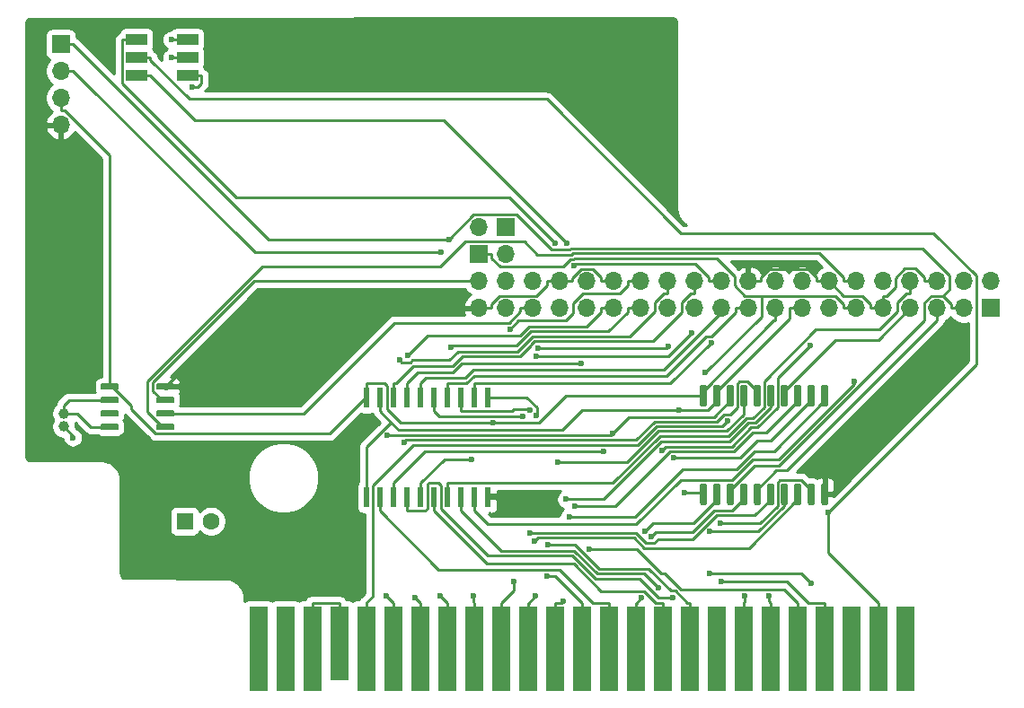
<source format=gbr>
G04 #@! TF.GenerationSoftware,KiCad,Pcbnew,5.1.5+dfsg1-2*
G04 #@! TF.CreationDate,2020-04-06T16:56:46-07:00*
G04 #@! TF.ProjectId,rpmpv1,72706d70-7631-42e6-9b69-6361645f7063,rev?*
G04 #@! TF.SameCoordinates,Original*
G04 #@! TF.FileFunction,Copper,L1,Top*
G04 #@! TF.FilePolarity,Positive*
%FSLAX46Y46*%
G04 Gerber Fmt 4.6, Leading zero omitted, Abs format (unit mm)*
G04 Created by KiCad (PCBNEW 5.1.5+dfsg1-2) date 2020-04-06 16:56:46*
%MOMM*%
%LPD*%
G04 APERTURE LIST*
%ADD10O,1.700000X1.700000*%
%ADD11R,1.700000X1.700000*%
%ADD12R,2.000000X1.100000*%
%ADD13R,0.600000X1.950000*%
%ADD14R,1.800000X8.000000*%
%ADD15R,1.800000X7.000000*%
%ADD16C,0.100000*%
%ADD17R,1.600000X1.600000*%
%ADD18C,1.600000*%
%ADD19C,1.000000*%
%ADD20C,0.600000*%
%ADD21C,0.250000*%
%ADD22C,0.254000*%
G04 APERTURE END LIST*
D10*
X147740000Y-75154500D03*
X147740000Y-77694500D03*
X150280000Y-75154500D03*
X150280000Y-77694500D03*
X152820000Y-75154500D03*
X152820000Y-77694500D03*
X155360000Y-75154500D03*
X155360000Y-77694500D03*
X157900000Y-75154500D03*
X157900000Y-77694500D03*
X160440000Y-75154500D03*
X160440000Y-77694500D03*
X162980000Y-75154500D03*
X162980000Y-77694500D03*
X165520000Y-75154500D03*
X165520000Y-77694500D03*
X168060000Y-75154500D03*
X168060000Y-77694500D03*
X170600000Y-75154500D03*
X170600000Y-77694500D03*
X173140000Y-75154500D03*
X173140000Y-77694500D03*
X175680000Y-75154500D03*
X175680000Y-77694500D03*
X178220000Y-75154500D03*
X178220000Y-77694500D03*
X180760000Y-75154500D03*
X180760000Y-77694500D03*
X183300000Y-75154500D03*
X183300000Y-77694500D03*
X185840000Y-75154500D03*
X185840000Y-77694500D03*
X188380000Y-75154500D03*
X188380000Y-77694500D03*
X190920000Y-75154500D03*
X190920000Y-77694500D03*
X193460000Y-75154500D03*
X193460000Y-77694500D03*
X196000000Y-75154500D03*
D11*
X196000000Y-77694500D03*
D12*
X115469000Y-52353000D03*
X115469000Y-54053000D03*
X115469000Y-55753000D03*
X120269000Y-55753000D03*
X120269000Y-54053000D03*
X120269000Y-52353000D03*
D11*
X108331000Y-52768500D03*
D10*
X108331000Y-55308500D03*
X108331000Y-57848500D03*
X108331000Y-60388500D03*
D13*
X137160000Y-95505000D03*
X138430000Y-95505000D03*
X139700000Y-95505000D03*
X140970000Y-95505000D03*
X142240000Y-95505000D03*
X143510000Y-95505000D03*
X144780000Y-95505000D03*
X146050000Y-95505000D03*
X147320000Y-95505000D03*
X148590000Y-95505000D03*
X148590000Y-86105000D03*
X147320000Y-86105000D03*
X146050000Y-86105000D03*
X144780000Y-86105000D03*
X143510000Y-86105000D03*
X142240000Y-86105000D03*
X140970000Y-86105000D03*
X139700000Y-86105000D03*
X138430000Y-86105000D03*
X137160000Y-86105000D03*
D14*
X187939840Y-109827440D03*
X185399840Y-109827440D03*
X182859840Y-109827440D03*
X180319840Y-109827440D03*
X177779840Y-109827440D03*
X175239840Y-109827440D03*
X172699840Y-109827440D03*
X170159840Y-109827440D03*
X167619840Y-109827440D03*
X165079840Y-109827440D03*
X162539840Y-109827440D03*
X159999840Y-109827440D03*
X157459840Y-109827440D03*
X154919840Y-109827440D03*
X152379840Y-109827440D03*
X149839840Y-109827440D03*
X147299840Y-109827440D03*
X144759840Y-109827440D03*
X142219840Y-109827440D03*
X139679840Y-109827440D03*
X137139840Y-109827440D03*
D15*
X134594760Y-109334680D03*
D14*
X132059840Y-109827440D03*
X129519840Y-109827440D03*
X126979840Y-109827440D03*
G04 #@! TA.AperFunction,SMDPad,CuDef*
D16*
G36*
X118884703Y-88600722D02*
G01*
X118899264Y-88602882D01*
X118913543Y-88606459D01*
X118927403Y-88611418D01*
X118940710Y-88617712D01*
X118953336Y-88625280D01*
X118965159Y-88634048D01*
X118976066Y-88643934D01*
X118985952Y-88654841D01*
X118994720Y-88666664D01*
X119002288Y-88679290D01*
X119008582Y-88692597D01*
X119013541Y-88706457D01*
X119017118Y-88720736D01*
X119019278Y-88735297D01*
X119020000Y-88750000D01*
X119020000Y-89050000D01*
X119019278Y-89064703D01*
X119017118Y-89079264D01*
X119013541Y-89093543D01*
X119008582Y-89107403D01*
X119002288Y-89120710D01*
X118994720Y-89133336D01*
X118985952Y-89145159D01*
X118976066Y-89156066D01*
X118965159Y-89165952D01*
X118953336Y-89174720D01*
X118940710Y-89182288D01*
X118927403Y-89188582D01*
X118913543Y-89193541D01*
X118899264Y-89197118D01*
X118884703Y-89199278D01*
X118870000Y-89200000D01*
X117520000Y-89200000D01*
X117505297Y-89199278D01*
X117490736Y-89197118D01*
X117476457Y-89193541D01*
X117462597Y-89188582D01*
X117449290Y-89182288D01*
X117436664Y-89174720D01*
X117424841Y-89165952D01*
X117413934Y-89156066D01*
X117404048Y-89145159D01*
X117395280Y-89133336D01*
X117387712Y-89120710D01*
X117381418Y-89107403D01*
X117376459Y-89093543D01*
X117372882Y-89079264D01*
X117370722Y-89064703D01*
X117370000Y-89050000D01*
X117370000Y-88750000D01*
X117370722Y-88735297D01*
X117372882Y-88720736D01*
X117376459Y-88706457D01*
X117381418Y-88692597D01*
X117387712Y-88679290D01*
X117395280Y-88666664D01*
X117404048Y-88654841D01*
X117413934Y-88643934D01*
X117424841Y-88634048D01*
X117436664Y-88625280D01*
X117449290Y-88617712D01*
X117462597Y-88611418D01*
X117476457Y-88606459D01*
X117490736Y-88602882D01*
X117505297Y-88600722D01*
X117520000Y-88600000D01*
X118870000Y-88600000D01*
X118884703Y-88600722D01*
G37*
G04 #@! TD.AperFunction*
G04 #@! TA.AperFunction,SMDPad,CuDef*
G36*
X118884703Y-87330722D02*
G01*
X118899264Y-87332882D01*
X118913543Y-87336459D01*
X118927403Y-87341418D01*
X118940710Y-87347712D01*
X118953336Y-87355280D01*
X118965159Y-87364048D01*
X118976066Y-87373934D01*
X118985952Y-87384841D01*
X118994720Y-87396664D01*
X119002288Y-87409290D01*
X119008582Y-87422597D01*
X119013541Y-87436457D01*
X119017118Y-87450736D01*
X119019278Y-87465297D01*
X119020000Y-87480000D01*
X119020000Y-87780000D01*
X119019278Y-87794703D01*
X119017118Y-87809264D01*
X119013541Y-87823543D01*
X119008582Y-87837403D01*
X119002288Y-87850710D01*
X118994720Y-87863336D01*
X118985952Y-87875159D01*
X118976066Y-87886066D01*
X118965159Y-87895952D01*
X118953336Y-87904720D01*
X118940710Y-87912288D01*
X118927403Y-87918582D01*
X118913543Y-87923541D01*
X118899264Y-87927118D01*
X118884703Y-87929278D01*
X118870000Y-87930000D01*
X117520000Y-87930000D01*
X117505297Y-87929278D01*
X117490736Y-87927118D01*
X117476457Y-87923541D01*
X117462597Y-87918582D01*
X117449290Y-87912288D01*
X117436664Y-87904720D01*
X117424841Y-87895952D01*
X117413934Y-87886066D01*
X117404048Y-87875159D01*
X117395280Y-87863336D01*
X117387712Y-87850710D01*
X117381418Y-87837403D01*
X117376459Y-87823543D01*
X117372882Y-87809264D01*
X117370722Y-87794703D01*
X117370000Y-87780000D01*
X117370000Y-87480000D01*
X117370722Y-87465297D01*
X117372882Y-87450736D01*
X117376459Y-87436457D01*
X117381418Y-87422597D01*
X117387712Y-87409290D01*
X117395280Y-87396664D01*
X117404048Y-87384841D01*
X117413934Y-87373934D01*
X117424841Y-87364048D01*
X117436664Y-87355280D01*
X117449290Y-87347712D01*
X117462597Y-87341418D01*
X117476457Y-87336459D01*
X117490736Y-87332882D01*
X117505297Y-87330722D01*
X117520000Y-87330000D01*
X118870000Y-87330000D01*
X118884703Y-87330722D01*
G37*
G04 #@! TD.AperFunction*
G04 #@! TA.AperFunction,SMDPad,CuDef*
G36*
X118884703Y-86060722D02*
G01*
X118899264Y-86062882D01*
X118913543Y-86066459D01*
X118927403Y-86071418D01*
X118940710Y-86077712D01*
X118953336Y-86085280D01*
X118965159Y-86094048D01*
X118976066Y-86103934D01*
X118985952Y-86114841D01*
X118994720Y-86126664D01*
X119002288Y-86139290D01*
X119008582Y-86152597D01*
X119013541Y-86166457D01*
X119017118Y-86180736D01*
X119019278Y-86195297D01*
X119020000Y-86210000D01*
X119020000Y-86510000D01*
X119019278Y-86524703D01*
X119017118Y-86539264D01*
X119013541Y-86553543D01*
X119008582Y-86567403D01*
X119002288Y-86580710D01*
X118994720Y-86593336D01*
X118985952Y-86605159D01*
X118976066Y-86616066D01*
X118965159Y-86625952D01*
X118953336Y-86634720D01*
X118940710Y-86642288D01*
X118927403Y-86648582D01*
X118913543Y-86653541D01*
X118899264Y-86657118D01*
X118884703Y-86659278D01*
X118870000Y-86660000D01*
X117520000Y-86660000D01*
X117505297Y-86659278D01*
X117490736Y-86657118D01*
X117476457Y-86653541D01*
X117462597Y-86648582D01*
X117449290Y-86642288D01*
X117436664Y-86634720D01*
X117424841Y-86625952D01*
X117413934Y-86616066D01*
X117404048Y-86605159D01*
X117395280Y-86593336D01*
X117387712Y-86580710D01*
X117381418Y-86567403D01*
X117376459Y-86553543D01*
X117372882Y-86539264D01*
X117370722Y-86524703D01*
X117370000Y-86510000D01*
X117370000Y-86210000D01*
X117370722Y-86195297D01*
X117372882Y-86180736D01*
X117376459Y-86166457D01*
X117381418Y-86152597D01*
X117387712Y-86139290D01*
X117395280Y-86126664D01*
X117404048Y-86114841D01*
X117413934Y-86103934D01*
X117424841Y-86094048D01*
X117436664Y-86085280D01*
X117449290Y-86077712D01*
X117462597Y-86071418D01*
X117476457Y-86066459D01*
X117490736Y-86062882D01*
X117505297Y-86060722D01*
X117520000Y-86060000D01*
X118870000Y-86060000D01*
X118884703Y-86060722D01*
G37*
G04 #@! TD.AperFunction*
G04 #@! TA.AperFunction,SMDPad,CuDef*
G36*
X118884703Y-84790722D02*
G01*
X118899264Y-84792882D01*
X118913543Y-84796459D01*
X118927403Y-84801418D01*
X118940710Y-84807712D01*
X118953336Y-84815280D01*
X118965159Y-84824048D01*
X118976066Y-84833934D01*
X118985952Y-84844841D01*
X118994720Y-84856664D01*
X119002288Y-84869290D01*
X119008582Y-84882597D01*
X119013541Y-84896457D01*
X119017118Y-84910736D01*
X119019278Y-84925297D01*
X119020000Y-84940000D01*
X119020000Y-85240000D01*
X119019278Y-85254703D01*
X119017118Y-85269264D01*
X119013541Y-85283543D01*
X119008582Y-85297403D01*
X119002288Y-85310710D01*
X118994720Y-85323336D01*
X118985952Y-85335159D01*
X118976066Y-85346066D01*
X118965159Y-85355952D01*
X118953336Y-85364720D01*
X118940710Y-85372288D01*
X118927403Y-85378582D01*
X118913543Y-85383541D01*
X118899264Y-85387118D01*
X118884703Y-85389278D01*
X118870000Y-85390000D01*
X117520000Y-85390000D01*
X117505297Y-85389278D01*
X117490736Y-85387118D01*
X117476457Y-85383541D01*
X117462597Y-85378582D01*
X117449290Y-85372288D01*
X117436664Y-85364720D01*
X117424841Y-85355952D01*
X117413934Y-85346066D01*
X117404048Y-85335159D01*
X117395280Y-85323336D01*
X117387712Y-85310710D01*
X117381418Y-85297403D01*
X117376459Y-85283543D01*
X117372882Y-85269264D01*
X117370722Y-85254703D01*
X117370000Y-85240000D01*
X117370000Y-84940000D01*
X117370722Y-84925297D01*
X117372882Y-84910736D01*
X117376459Y-84896457D01*
X117381418Y-84882597D01*
X117387712Y-84869290D01*
X117395280Y-84856664D01*
X117404048Y-84844841D01*
X117413934Y-84833934D01*
X117424841Y-84824048D01*
X117436664Y-84815280D01*
X117449290Y-84807712D01*
X117462597Y-84801418D01*
X117476457Y-84796459D01*
X117490736Y-84792882D01*
X117505297Y-84790722D01*
X117520000Y-84790000D01*
X118870000Y-84790000D01*
X118884703Y-84790722D01*
G37*
G04 #@! TD.AperFunction*
G04 #@! TA.AperFunction,SMDPad,CuDef*
G36*
X113634703Y-84790722D02*
G01*
X113649264Y-84792882D01*
X113663543Y-84796459D01*
X113677403Y-84801418D01*
X113690710Y-84807712D01*
X113703336Y-84815280D01*
X113715159Y-84824048D01*
X113726066Y-84833934D01*
X113735952Y-84844841D01*
X113744720Y-84856664D01*
X113752288Y-84869290D01*
X113758582Y-84882597D01*
X113763541Y-84896457D01*
X113767118Y-84910736D01*
X113769278Y-84925297D01*
X113770000Y-84940000D01*
X113770000Y-85240000D01*
X113769278Y-85254703D01*
X113767118Y-85269264D01*
X113763541Y-85283543D01*
X113758582Y-85297403D01*
X113752288Y-85310710D01*
X113744720Y-85323336D01*
X113735952Y-85335159D01*
X113726066Y-85346066D01*
X113715159Y-85355952D01*
X113703336Y-85364720D01*
X113690710Y-85372288D01*
X113677403Y-85378582D01*
X113663543Y-85383541D01*
X113649264Y-85387118D01*
X113634703Y-85389278D01*
X113620000Y-85390000D01*
X112270000Y-85390000D01*
X112255297Y-85389278D01*
X112240736Y-85387118D01*
X112226457Y-85383541D01*
X112212597Y-85378582D01*
X112199290Y-85372288D01*
X112186664Y-85364720D01*
X112174841Y-85355952D01*
X112163934Y-85346066D01*
X112154048Y-85335159D01*
X112145280Y-85323336D01*
X112137712Y-85310710D01*
X112131418Y-85297403D01*
X112126459Y-85283543D01*
X112122882Y-85269264D01*
X112120722Y-85254703D01*
X112120000Y-85240000D01*
X112120000Y-84940000D01*
X112120722Y-84925297D01*
X112122882Y-84910736D01*
X112126459Y-84896457D01*
X112131418Y-84882597D01*
X112137712Y-84869290D01*
X112145280Y-84856664D01*
X112154048Y-84844841D01*
X112163934Y-84833934D01*
X112174841Y-84824048D01*
X112186664Y-84815280D01*
X112199290Y-84807712D01*
X112212597Y-84801418D01*
X112226457Y-84796459D01*
X112240736Y-84792882D01*
X112255297Y-84790722D01*
X112270000Y-84790000D01*
X113620000Y-84790000D01*
X113634703Y-84790722D01*
G37*
G04 #@! TD.AperFunction*
G04 #@! TA.AperFunction,SMDPad,CuDef*
G36*
X113634703Y-86060722D02*
G01*
X113649264Y-86062882D01*
X113663543Y-86066459D01*
X113677403Y-86071418D01*
X113690710Y-86077712D01*
X113703336Y-86085280D01*
X113715159Y-86094048D01*
X113726066Y-86103934D01*
X113735952Y-86114841D01*
X113744720Y-86126664D01*
X113752288Y-86139290D01*
X113758582Y-86152597D01*
X113763541Y-86166457D01*
X113767118Y-86180736D01*
X113769278Y-86195297D01*
X113770000Y-86210000D01*
X113770000Y-86510000D01*
X113769278Y-86524703D01*
X113767118Y-86539264D01*
X113763541Y-86553543D01*
X113758582Y-86567403D01*
X113752288Y-86580710D01*
X113744720Y-86593336D01*
X113735952Y-86605159D01*
X113726066Y-86616066D01*
X113715159Y-86625952D01*
X113703336Y-86634720D01*
X113690710Y-86642288D01*
X113677403Y-86648582D01*
X113663543Y-86653541D01*
X113649264Y-86657118D01*
X113634703Y-86659278D01*
X113620000Y-86660000D01*
X112270000Y-86660000D01*
X112255297Y-86659278D01*
X112240736Y-86657118D01*
X112226457Y-86653541D01*
X112212597Y-86648582D01*
X112199290Y-86642288D01*
X112186664Y-86634720D01*
X112174841Y-86625952D01*
X112163934Y-86616066D01*
X112154048Y-86605159D01*
X112145280Y-86593336D01*
X112137712Y-86580710D01*
X112131418Y-86567403D01*
X112126459Y-86553543D01*
X112122882Y-86539264D01*
X112120722Y-86524703D01*
X112120000Y-86510000D01*
X112120000Y-86210000D01*
X112120722Y-86195297D01*
X112122882Y-86180736D01*
X112126459Y-86166457D01*
X112131418Y-86152597D01*
X112137712Y-86139290D01*
X112145280Y-86126664D01*
X112154048Y-86114841D01*
X112163934Y-86103934D01*
X112174841Y-86094048D01*
X112186664Y-86085280D01*
X112199290Y-86077712D01*
X112212597Y-86071418D01*
X112226457Y-86066459D01*
X112240736Y-86062882D01*
X112255297Y-86060722D01*
X112270000Y-86060000D01*
X113620000Y-86060000D01*
X113634703Y-86060722D01*
G37*
G04 #@! TD.AperFunction*
G04 #@! TA.AperFunction,SMDPad,CuDef*
G36*
X113634703Y-87330722D02*
G01*
X113649264Y-87332882D01*
X113663543Y-87336459D01*
X113677403Y-87341418D01*
X113690710Y-87347712D01*
X113703336Y-87355280D01*
X113715159Y-87364048D01*
X113726066Y-87373934D01*
X113735952Y-87384841D01*
X113744720Y-87396664D01*
X113752288Y-87409290D01*
X113758582Y-87422597D01*
X113763541Y-87436457D01*
X113767118Y-87450736D01*
X113769278Y-87465297D01*
X113770000Y-87480000D01*
X113770000Y-87780000D01*
X113769278Y-87794703D01*
X113767118Y-87809264D01*
X113763541Y-87823543D01*
X113758582Y-87837403D01*
X113752288Y-87850710D01*
X113744720Y-87863336D01*
X113735952Y-87875159D01*
X113726066Y-87886066D01*
X113715159Y-87895952D01*
X113703336Y-87904720D01*
X113690710Y-87912288D01*
X113677403Y-87918582D01*
X113663543Y-87923541D01*
X113649264Y-87927118D01*
X113634703Y-87929278D01*
X113620000Y-87930000D01*
X112270000Y-87930000D01*
X112255297Y-87929278D01*
X112240736Y-87927118D01*
X112226457Y-87923541D01*
X112212597Y-87918582D01*
X112199290Y-87912288D01*
X112186664Y-87904720D01*
X112174841Y-87895952D01*
X112163934Y-87886066D01*
X112154048Y-87875159D01*
X112145280Y-87863336D01*
X112137712Y-87850710D01*
X112131418Y-87837403D01*
X112126459Y-87823543D01*
X112122882Y-87809264D01*
X112120722Y-87794703D01*
X112120000Y-87780000D01*
X112120000Y-87480000D01*
X112120722Y-87465297D01*
X112122882Y-87450736D01*
X112126459Y-87436457D01*
X112131418Y-87422597D01*
X112137712Y-87409290D01*
X112145280Y-87396664D01*
X112154048Y-87384841D01*
X112163934Y-87373934D01*
X112174841Y-87364048D01*
X112186664Y-87355280D01*
X112199290Y-87347712D01*
X112212597Y-87341418D01*
X112226457Y-87336459D01*
X112240736Y-87332882D01*
X112255297Y-87330722D01*
X112270000Y-87330000D01*
X113620000Y-87330000D01*
X113634703Y-87330722D01*
G37*
G04 #@! TD.AperFunction*
G04 #@! TA.AperFunction,SMDPad,CuDef*
G36*
X113634703Y-88600722D02*
G01*
X113649264Y-88602882D01*
X113663543Y-88606459D01*
X113677403Y-88611418D01*
X113690710Y-88617712D01*
X113703336Y-88625280D01*
X113715159Y-88634048D01*
X113726066Y-88643934D01*
X113735952Y-88654841D01*
X113744720Y-88666664D01*
X113752288Y-88679290D01*
X113758582Y-88692597D01*
X113763541Y-88706457D01*
X113767118Y-88720736D01*
X113769278Y-88735297D01*
X113770000Y-88750000D01*
X113770000Y-89050000D01*
X113769278Y-89064703D01*
X113767118Y-89079264D01*
X113763541Y-89093543D01*
X113758582Y-89107403D01*
X113752288Y-89120710D01*
X113744720Y-89133336D01*
X113735952Y-89145159D01*
X113726066Y-89156066D01*
X113715159Y-89165952D01*
X113703336Y-89174720D01*
X113690710Y-89182288D01*
X113677403Y-89188582D01*
X113663543Y-89193541D01*
X113649264Y-89197118D01*
X113634703Y-89199278D01*
X113620000Y-89200000D01*
X112270000Y-89200000D01*
X112255297Y-89199278D01*
X112240736Y-89197118D01*
X112226457Y-89193541D01*
X112212597Y-89188582D01*
X112199290Y-89182288D01*
X112186664Y-89174720D01*
X112174841Y-89165952D01*
X112163934Y-89156066D01*
X112154048Y-89145159D01*
X112145280Y-89133336D01*
X112137712Y-89120710D01*
X112131418Y-89107403D01*
X112126459Y-89093543D01*
X112122882Y-89079264D01*
X112120722Y-89064703D01*
X112120000Y-89050000D01*
X112120000Y-88750000D01*
X112120722Y-88735297D01*
X112122882Y-88720736D01*
X112126459Y-88706457D01*
X112131418Y-88692597D01*
X112137712Y-88679290D01*
X112145280Y-88666664D01*
X112154048Y-88654841D01*
X112163934Y-88643934D01*
X112174841Y-88634048D01*
X112186664Y-88625280D01*
X112199290Y-88617712D01*
X112212597Y-88611418D01*
X112226457Y-88606459D01*
X112240736Y-88602882D01*
X112255297Y-88600722D01*
X112270000Y-88600000D01*
X113620000Y-88600000D01*
X113634703Y-88600722D01*
G37*
G04 #@! TD.AperFunction*
G04 #@! TA.AperFunction,SMDPad,CuDef*
G36*
X169074703Y-94225722D02*
G01*
X169089264Y-94227882D01*
X169103543Y-94231459D01*
X169117403Y-94236418D01*
X169130710Y-94242712D01*
X169143336Y-94250280D01*
X169155159Y-94259048D01*
X169166066Y-94268934D01*
X169175952Y-94279841D01*
X169184720Y-94291664D01*
X169192288Y-94304290D01*
X169198582Y-94317597D01*
X169203541Y-94331457D01*
X169207118Y-94345736D01*
X169209278Y-94360297D01*
X169210000Y-94375000D01*
X169210000Y-96125000D01*
X169209278Y-96139703D01*
X169207118Y-96154264D01*
X169203541Y-96168543D01*
X169198582Y-96182403D01*
X169192288Y-96195710D01*
X169184720Y-96208336D01*
X169175952Y-96220159D01*
X169166066Y-96231066D01*
X169155159Y-96240952D01*
X169143336Y-96249720D01*
X169130710Y-96257288D01*
X169117403Y-96263582D01*
X169103543Y-96268541D01*
X169089264Y-96272118D01*
X169074703Y-96274278D01*
X169060000Y-96275000D01*
X168760000Y-96275000D01*
X168745297Y-96274278D01*
X168730736Y-96272118D01*
X168716457Y-96268541D01*
X168702597Y-96263582D01*
X168689290Y-96257288D01*
X168676664Y-96249720D01*
X168664841Y-96240952D01*
X168653934Y-96231066D01*
X168644048Y-96220159D01*
X168635280Y-96208336D01*
X168627712Y-96195710D01*
X168621418Y-96182403D01*
X168616459Y-96168543D01*
X168612882Y-96154264D01*
X168610722Y-96139703D01*
X168610000Y-96125000D01*
X168610000Y-94375000D01*
X168610722Y-94360297D01*
X168612882Y-94345736D01*
X168616459Y-94331457D01*
X168621418Y-94317597D01*
X168627712Y-94304290D01*
X168635280Y-94291664D01*
X168644048Y-94279841D01*
X168653934Y-94268934D01*
X168664841Y-94259048D01*
X168676664Y-94250280D01*
X168689290Y-94242712D01*
X168702597Y-94236418D01*
X168716457Y-94231459D01*
X168730736Y-94227882D01*
X168745297Y-94225722D01*
X168760000Y-94225000D01*
X169060000Y-94225000D01*
X169074703Y-94225722D01*
G37*
G04 #@! TD.AperFunction*
G04 #@! TA.AperFunction,SMDPad,CuDef*
G36*
X170344703Y-94225722D02*
G01*
X170359264Y-94227882D01*
X170373543Y-94231459D01*
X170387403Y-94236418D01*
X170400710Y-94242712D01*
X170413336Y-94250280D01*
X170425159Y-94259048D01*
X170436066Y-94268934D01*
X170445952Y-94279841D01*
X170454720Y-94291664D01*
X170462288Y-94304290D01*
X170468582Y-94317597D01*
X170473541Y-94331457D01*
X170477118Y-94345736D01*
X170479278Y-94360297D01*
X170480000Y-94375000D01*
X170480000Y-96125000D01*
X170479278Y-96139703D01*
X170477118Y-96154264D01*
X170473541Y-96168543D01*
X170468582Y-96182403D01*
X170462288Y-96195710D01*
X170454720Y-96208336D01*
X170445952Y-96220159D01*
X170436066Y-96231066D01*
X170425159Y-96240952D01*
X170413336Y-96249720D01*
X170400710Y-96257288D01*
X170387403Y-96263582D01*
X170373543Y-96268541D01*
X170359264Y-96272118D01*
X170344703Y-96274278D01*
X170330000Y-96275000D01*
X170030000Y-96275000D01*
X170015297Y-96274278D01*
X170000736Y-96272118D01*
X169986457Y-96268541D01*
X169972597Y-96263582D01*
X169959290Y-96257288D01*
X169946664Y-96249720D01*
X169934841Y-96240952D01*
X169923934Y-96231066D01*
X169914048Y-96220159D01*
X169905280Y-96208336D01*
X169897712Y-96195710D01*
X169891418Y-96182403D01*
X169886459Y-96168543D01*
X169882882Y-96154264D01*
X169880722Y-96139703D01*
X169880000Y-96125000D01*
X169880000Y-94375000D01*
X169880722Y-94360297D01*
X169882882Y-94345736D01*
X169886459Y-94331457D01*
X169891418Y-94317597D01*
X169897712Y-94304290D01*
X169905280Y-94291664D01*
X169914048Y-94279841D01*
X169923934Y-94268934D01*
X169934841Y-94259048D01*
X169946664Y-94250280D01*
X169959290Y-94242712D01*
X169972597Y-94236418D01*
X169986457Y-94231459D01*
X170000736Y-94227882D01*
X170015297Y-94225722D01*
X170030000Y-94225000D01*
X170330000Y-94225000D01*
X170344703Y-94225722D01*
G37*
G04 #@! TD.AperFunction*
G04 #@! TA.AperFunction,SMDPad,CuDef*
G36*
X171614703Y-94225722D02*
G01*
X171629264Y-94227882D01*
X171643543Y-94231459D01*
X171657403Y-94236418D01*
X171670710Y-94242712D01*
X171683336Y-94250280D01*
X171695159Y-94259048D01*
X171706066Y-94268934D01*
X171715952Y-94279841D01*
X171724720Y-94291664D01*
X171732288Y-94304290D01*
X171738582Y-94317597D01*
X171743541Y-94331457D01*
X171747118Y-94345736D01*
X171749278Y-94360297D01*
X171750000Y-94375000D01*
X171750000Y-96125000D01*
X171749278Y-96139703D01*
X171747118Y-96154264D01*
X171743541Y-96168543D01*
X171738582Y-96182403D01*
X171732288Y-96195710D01*
X171724720Y-96208336D01*
X171715952Y-96220159D01*
X171706066Y-96231066D01*
X171695159Y-96240952D01*
X171683336Y-96249720D01*
X171670710Y-96257288D01*
X171657403Y-96263582D01*
X171643543Y-96268541D01*
X171629264Y-96272118D01*
X171614703Y-96274278D01*
X171600000Y-96275000D01*
X171300000Y-96275000D01*
X171285297Y-96274278D01*
X171270736Y-96272118D01*
X171256457Y-96268541D01*
X171242597Y-96263582D01*
X171229290Y-96257288D01*
X171216664Y-96249720D01*
X171204841Y-96240952D01*
X171193934Y-96231066D01*
X171184048Y-96220159D01*
X171175280Y-96208336D01*
X171167712Y-96195710D01*
X171161418Y-96182403D01*
X171156459Y-96168543D01*
X171152882Y-96154264D01*
X171150722Y-96139703D01*
X171150000Y-96125000D01*
X171150000Y-94375000D01*
X171150722Y-94360297D01*
X171152882Y-94345736D01*
X171156459Y-94331457D01*
X171161418Y-94317597D01*
X171167712Y-94304290D01*
X171175280Y-94291664D01*
X171184048Y-94279841D01*
X171193934Y-94268934D01*
X171204841Y-94259048D01*
X171216664Y-94250280D01*
X171229290Y-94242712D01*
X171242597Y-94236418D01*
X171256457Y-94231459D01*
X171270736Y-94227882D01*
X171285297Y-94225722D01*
X171300000Y-94225000D01*
X171600000Y-94225000D01*
X171614703Y-94225722D01*
G37*
G04 #@! TD.AperFunction*
G04 #@! TA.AperFunction,SMDPad,CuDef*
G36*
X172884703Y-94225722D02*
G01*
X172899264Y-94227882D01*
X172913543Y-94231459D01*
X172927403Y-94236418D01*
X172940710Y-94242712D01*
X172953336Y-94250280D01*
X172965159Y-94259048D01*
X172976066Y-94268934D01*
X172985952Y-94279841D01*
X172994720Y-94291664D01*
X173002288Y-94304290D01*
X173008582Y-94317597D01*
X173013541Y-94331457D01*
X173017118Y-94345736D01*
X173019278Y-94360297D01*
X173020000Y-94375000D01*
X173020000Y-96125000D01*
X173019278Y-96139703D01*
X173017118Y-96154264D01*
X173013541Y-96168543D01*
X173008582Y-96182403D01*
X173002288Y-96195710D01*
X172994720Y-96208336D01*
X172985952Y-96220159D01*
X172976066Y-96231066D01*
X172965159Y-96240952D01*
X172953336Y-96249720D01*
X172940710Y-96257288D01*
X172927403Y-96263582D01*
X172913543Y-96268541D01*
X172899264Y-96272118D01*
X172884703Y-96274278D01*
X172870000Y-96275000D01*
X172570000Y-96275000D01*
X172555297Y-96274278D01*
X172540736Y-96272118D01*
X172526457Y-96268541D01*
X172512597Y-96263582D01*
X172499290Y-96257288D01*
X172486664Y-96249720D01*
X172474841Y-96240952D01*
X172463934Y-96231066D01*
X172454048Y-96220159D01*
X172445280Y-96208336D01*
X172437712Y-96195710D01*
X172431418Y-96182403D01*
X172426459Y-96168543D01*
X172422882Y-96154264D01*
X172420722Y-96139703D01*
X172420000Y-96125000D01*
X172420000Y-94375000D01*
X172420722Y-94360297D01*
X172422882Y-94345736D01*
X172426459Y-94331457D01*
X172431418Y-94317597D01*
X172437712Y-94304290D01*
X172445280Y-94291664D01*
X172454048Y-94279841D01*
X172463934Y-94268934D01*
X172474841Y-94259048D01*
X172486664Y-94250280D01*
X172499290Y-94242712D01*
X172512597Y-94236418D01*
X172526457Y-94231459D01*
X172540736Y-94227882D01*
X172555297Y-94225722D01*
X172570000Y-94225000D01*
X172870000Y-94225000D01*
X172884703Y-94225722D01*
G37*
G04 #@! TD.AperFunction*
G04 #@! TA.AperFunction,SMDPad,CuDef*
G36*
X174154703Y-94225722D02*
G01*
X174169264Y-94227882D01*
X174183543Y-94231459D01*
X174197403Y-94236418D01*
X174210710Y-94242712D01*
X174223336Y-94250280D01*
X174235159Y-94259048D01*
X174246066Y-94268934D01*
X174255952Y-94279841D01*
X174264720Y-94291664D01*
X174272288Y-94304290D01*
X174278582Y-94317597D01*
X174283541Y-94331457D01*
X174287118Y-94345736D01*
X174289278Y-94360297D01*
X174290000Y-94375000D01*
X174290000Y-96125000D01*
X174289278Y-96139703D01*
X174287118Y-96154264D01*
X174283541Y-96168543D01*
X174278582Y-96182403D01*
X174272288Y-96195710D01*
X174264720Y-96208336D01*
X174255952Y-96220159D01*
X174246066Y-96231066D01*
X174235159Y-96240952D01*
X174223336Y-96249720D01*
X174210710Y-96257288D01*
X174197403Y-96263582D01*
X174183543Y-96268541D01*
X174169264Y-96272118D01*
X174154703Y-96274278D01*
X174140000Y-96275000D01*
X173840000Y-96275000D01*
X173825297Y-96274278D01*
X173810736Y-96272118D01*
X173796457Y-96268541D01*
X173782597Y-96263582D01*
X173769290Y-96257288D01*
X173756664Y-96249720D01*
X173744841Y-96240952D01*
X173733934Y-96231066D01*
X173724048Y-96220159D01*
X173715280Y-96208336D01*
X173707712Y-96195710D01*
X173701418Y-96182403D01*
X173696459Y-96168543D01*
X173692882Y-96154264D01*
X173690722Y-96139703D01*
X173690000Y-96125000D01*
X173690000Y-94375000D01*
X173690722Y-94360297D01*
X173692882Y-94345736D01*
X173696459Y-94331457D01*
X173701418Y-94317597D01*
X173707712Y-94304290D01*
X173715280Y-94291664D01*
X173724048Y-94279841D01*
X173733934Y-94268934D01*
X173744841Y-94259048D01*
X173756664Y-94250280D01*
X173769290Y-94242712D01*
X173782597Y-94236418D01*
X173796457Y-94231459D01*
X173810736Y-94227882D01*
X173825297Y-94225722D01*
X173840000Y-94225000D01*
X174140000Y-94225000D01*
X174154703Y-94225722D01*
G37*
G04 #@! TD.AperFunction*
G04 #@! TA.AperFunction,SMDPad,CuDef*
G36*
X175424703Y-94225722D02*
G01*
X175439264Y-94227882D01*
X175453543Y-94231459D01*
X175467403Y-94236418D01*
X175480710Y-94242712D01*
X175493336Y-94250280D01*
X175505159Y-94259048D01*
X175516066Y-94268934D01*
X175525952Y-94279841D01*
X175534720Y-94291664D01*
X175542288Y-94304290D01*
X175548582Y-94317597D01*
X175553541Y-94331457D01*
X175557118Y-94345736D01*
X175559278Y-94360297D01*
X175560000Y-94375000D01*
X175560000Y-96125000D01*
X175559278Y-96139703D01*
X175557118Y-96154264D01*
X175553541Y-96168543D01*
X175548582Y-96182403D01*
X175542288Y-96195710D01*
X175534720Y-96208336D01*
X175525952Y-96220159D01*
X175516066Y-96231066D01*
X175505159Y-96240952D01*
X175493336Y-96249720D01*
X175480710Y-96257288D01*
X175467403Y-96263582D01*
X175453543Y-96268541D01*
X175439264Y-96272118D01*
X175424703Y-96274278D01*
X175410000Y-96275000D01*
X175110000Y-96275000D01*
X175095297Y-96274278D01*
X175080736Y-96272118D01*
X175066457Y-96268541D01*
X175052597Y-96263582D01*
X175039290Y-96257288D01*
X175026664Y-96249720D01*
X175014841Y-96240952D01*
X175003934Y-96231066D01*
X174994048Y-96220159D01*
X174985280Y-96208336D01*
X174977712Y-96195710D01*
X174971418Y-96182403D01*
X174966459Y-96168543D01*
X174962882Y-96154264D01*
X174960722Y-96139703D01*
X174960000Y-96125000D01*
X174960000Y-94375000D01*
X174960722Y-94360297D01*
X174962882Y-94345736D01*
X174966459Y-94331457D01*
X174971418Y-94317597D01*
X174977712Y-94304290D01*
X174985280Y-94291664D01*
X174994048Y-94279841D01*
X175003934Y-94268934D01*
X175014841Y-94259048D01*
X175026664Y-94250280D01*
X175039290Y-94242712D01*
X175052597Y-94236418D01*
X175066457Y-94231459D01*
X175080736Y-94227882D01*
X175095297Y-94225722D01*
X175110000Y-94225000D01*
X175410000Y-94225000D01*
X175424703Y-94225722D01*
G37*
G04 #@! TD.AperFunction*
G04 #@! TA.AperFunction,SMDPad,CuDef*
G36*
X176694703Y-94225722D02*
G01*
X176709264Y-94227882D01*
X176723543Y-94231459D01*
X176737403Y-94236418D01*
X176750710Y-94242712D01*
X176763336Y-94250280D01*
X176775159Y-94259048D01*
X176786066Y-94268934D01*
X176795952Y-94279841D01*
X176804720Y-94291664D01*
X176812288Y-94304290D01*
X176818582Y-94317597D01*
X176823541Y-94331457D01*
X176827118Y-94345736D01*
X176829278Y-94360297D01*
X176830000Y-94375000D01*
X176830000Y-96125000D01*
X176829278Y-96139703D01*
X176827118Y-96154264D01*
X176823541Y-96168543D01*
X176818582Y-96182403D01*
X176812288Y-96195710D01*
X176804720Y-96208336D01*
X176795952Y-96220159D01*
X176786066Y-96231066D01*
X176775159Y-96240952D01*
X176763336Y-96249720D01*
X176750710Y-96257288D01*
X176737403Y-96263582D01*
X176723543Y-96268541D01*
X176709264Y-96272118D01*
X176694703Y-96274278D01*
X176680000Y-96275000D01*
X176380000Y-96275000D01*
X176365297Y-96274278D01*
X176350736Y-96272118D01*
X176336457Y-96268541D01*
X176322597Y-96263582D01*
X176309290Y-96257288D01*
X176296664Y-96249720D01*
X176284841Y-96240952D01*
X176273934Y-96231066D01*
X176264048Y-96220159D01*
X176255280Y-96208336D01*
X176247712Y-96195710D01*
X176241418Y-96182403D01*
X176236459Y-96168543D01*
X176232882Y-96154264D01*
X176230722Y-96139703D01*
X176230000Y-96125000D01*
X176230000Y-94375000D01*
X176230722Y-94360297D01*
X176232882Y-94345736D01*
X176236459Y-94331457D01*
X176241418Y-94317597D01*
X176247712Y-94304290D01*
X176255280Y-94291664D01*
X176264048Y-94279841D01*
X176273934Y-94268934D01*
X176284841Y-94259048D01*
X176296664Y-94250280D01*
X176309290Y-94242712D01*
X176322597Y-94236418D01*
X176336457Y-94231459D01*
X176350736Y-94227882D01*
X176365297Y-94225722D01*
X176380000Y-94225000D01*
X176680000Y-94225000D01*
X176694703Y-94225722D01*
G37*
G04 #@! TD.AperFunction*
G04 #@! TA.AperFunction,SMDPad,CuDef*
G36*
X177964703Y-94225722D02*
G01*
X177979264Y-94227882D01*
X177993543Y-94231459D01*
X178007403Y-94236418D01*
X178020710Y-94242712D01*
X178033336Y-94250280D01*
X178045159Y-94259048D01*
X178056066Y-94268934D01*
X178065952Y-94279841D01*
X178074720Y-94291664D01*
X178082288Y-94304290D01*
X178088582Y-94317597D01*
X178093541Y-94331457D01*
X178097118Y-94345736D01*
X178099278Y-94360297D01*
X178100000Y-94375000D01*
X178100000Y-96125000D01*
X178099278Y-96139703D01*
X178097118Y-96154264D01*
X178093541Y-96168543D01*
X178088582Y-96182403D01*
X178082288Y-96195710D01*
X178074720Y-96208336D01*
X178065952Y-96220159D01*
X178056066Y-96231066D01*
X178045159Y-96240952D01*
X178033336Y-96249720D01*
X178020710Y-96257288D01*
X178007403Y-96263582D01*
X177993543Y-96268541D01*
X177979264Y-96272118D01*
X177964703Y-96274278D01*
X177950000Y-96275000D01*
X177650000Y-96275000D01*
X177635297Y-96274278D01*
X177620736Y-96272118D01*
X177606457Y-96268541D01*
X177592597Y-96263582D01*
X177579290Y-96257288D01*
X177566664Y-96249720D01*
X177554841Y-96240952D01*
X177543934Y-96231066D01*
X177534048Y-96220159D01*
X177525280Y-96208336D01*
X177517712Y-96195710D01*
X177511418Y-96182403D01*
X177506459Y-96168543D01*
X177502882Y-96154264D01*
X177500722Y-96139703D01*
X177500000Y-96125000D01*
X177500000Y-94375000D01*
X177500722Y-94360297D01*
X177502882Y-94345736D01*
X177506459Y-94331457D01*
X177511418Y-94317597D01*
X177517712Y-94304290D01*
X177525280Y-94291664D01*
X177534048Y-94279841D01*
X177543934Y-94268934D01*
X177554841Y-94259048D01*
X177566664Y-94250280D01*
X177579290Y-94242712D01*
X177592597Y-94236418D01*
X177606457Y-94231459D01*
X177620736Y-94227882D01*
X177635297Y-94225722D01*
X177650000Y-94225000D01*
X177950000Y-94225000D01*
X177964703Y-94225722D01*
G37*
G04 #@! TD.AperFunction*
G04 #@! TA.AperFunction,SMDPad,CuDef*
G36*
X179234703Y-94225722D02*
G01*
X179249264Y-94227882D01*
X179263543Y-94231459D01*
X179277403Y-94236418D01*
X179290710Y-94242712D01*
X179303336Y-94250280D01*
X179315159Y-94259048D01*
X179326066Y-94268934D01*
X179335952Y-94279841D01*
X179344720Y-94291664D01*
X179352288Y-94304290D01*
X179358582Y-94317597D01*
X179363541Y-94331457D01*
X179367118Y-94345736D01*
X179369278Y-94360297D01*
X179370000Y-94375000D01*
X179370000Y-96125000D01*
X179369278Y-96139703D01*
X179367118Y-96154264D01*
X179363541Y-96168543D01*
X179358582Y-96182403D01*
X179352288Y-96195710D01*
X179344720Y-96208336D01*
X179335952Y-96220159D01*
X179326066Y-96231066D01*
X179315159Y-96240952D01*
X179303336Y-96249720D01*
X179290710Y-96257288D01*
X179277403Y-96263582D01*
X179263543Y-96268541D01*
X179249264Y-96272118D01*
X179234703Y-96274278D01*
X179220000Y-96275000D01*
X178920000Y-96275000D01*
X178905297Y-96274278D01*
X178890736Y-96272118D01*
X178876457Y-96268541D01*
X178862597Y-96263582D01*
X178849290Y-96257288D01*
X178836664Y-96249720D01*
X178824841Y-96240952D01*
X178813934Y-96231066D01*
X178804048Y-96220159D01*
X178795280Y-96208336D01*
X178787712Y-96195710D01*
X178781418Y-96182403D01*
X178776459Y-96168543D01*
X178772882Y-96154264D01*
X178770722Y-96139703D01*
X178770000Y-96125000D01*
X178770000Y-94375000D01*
X178770722Y-94360297D01*
X178772882Y-94345736D01*
X178776459Y-94331457D01*
X178781418Y-94317597D01*
X178787712Y-94304290D01*
X178795280Y-94291664D01*
X178804048Y-94279841D01*
X178813934Y-94268934D01*
X178824841Y-94259048D01*
X178836664Y-94250280D01*
X178849290Y-94242712D01*
X178862597Y-94236418D01*
X178876457Y-94231459D01*
X178890736Y-94227882D01*
X178905297Y-94225722D01*
X178920000Y-94225000D01*
X179220000Y-94225000D01*
X179234703Y-94225722D01*
G37*
G04 #@! TD.AperFunction*
G04 #@! TA.AperFunction,SMDPad,CuDef*
G36*
X180504703Y-94225722D02*
G01*
X180519264Y-94227882D01*
X180533543Y-94231459D01*
X180547403Y-94236418D01*
X180560710Y-94242712D01*
X180573336Y-94250280D01*
X180585159Y-94259048D01*
X180596066Y-94268934D01*
X180605952Y-94279841D01*
X180614720Y-94291664D01*
X180622288Y-94304290D01*
X180628582Y-94317597D01*
X180633541Y-94331457D01*
X180637118Y-94345736D01*
X180639278Y-94360297D01*
X180640000Y-94375000D01*
X180640000Y-96125000D01*
X180639278Y-96139703D01*
X180637118Y-96154264D01*
X180633541Y-96168543D01*
X180628582Y-96182403D01*
X180622288Y-96195710D01*
X180614720Y-96208336D01*
X180605952Y-96220159D01*
X180596066Y-96231066D01*
X180585159Y-96240952D01*
X180573336Y-96249720D01*
X180560710Y-96257288D01*
X180547403Y-96263582D01*
X180533543Y-96268541D01*
X180519264Y-96272118D01*
X180504703Y-96274278D01*
X180490000Y-96275000D01*
X180190000Y-96275000D01*
X180175297Y-96274278D01*
X180160736Y-96272118D01*
X180146457Y-96268541D01*
X180132597Y-96263582D01*
X180119290Y-96257288D01*
X180106664Y-96249720D01*
X180094841Y-96240952D01*
X180083934Y-96231066D01*
X180074048Y-96220159D01*
X180065280Y-96208336D01*
X180057712Y-96195710D01*
X180051418Y-96182403D01*
X180046459Y-96168543D01*
X180042882Y-96154264D01*
X180040722Y-96139703D01*
X180040000Y-96125000D01*
X180040000Y-94375000D01*
X180040722Y-94360297D01*
X180042882Y-94345736D01*
X180046459Y-94331457D01*
X180051418Y-94317597D01*
X180057712Y-94304290D01*
X180065280Y-94291664D01*
X180074048Y-94279841D01*
X180083934Y-94268934D01*
X180094841Y-94259048D01*
X180106664Y-94250280D01*
X180119290Y-94242712D01*
X180132597Y-94236418D01*
X180146457Y-94231459D01*
X180160736Y-94227882D01*
X180175297Y-94225722D01*
X180190000Y-94225000D01*
X180490000Y-94225000D01*
X180504703Y-94225722D01*
G37*
G04 #@! TD.AperFunction*
G04 #@! TA.AperFunction,SMDPad,CuDef*
G36*
X180504703Y-84925722D02*
G01*
X180519264Y-84927882D01*
X180533543Y-84931459D01*
X180547403Y-84936418D01*
X180560710Y-84942712D01*
X180573336Y-84950280D01*
X180585159Y-84959048D01*
X180596066Y-84968934D01*
X180605952Y-84979841D01*
X180614720Y-84991664D01*
X180622288Y-85004290D01*
X180628582Y-85017597D01*
X180633541Y-85031457D01*
X180637118Y-85045736D01*
X180639278Y-85060297D01*
X180640000Y-85075000D01*
X180640000Y-86825000D01*
X180639278Y-86839703D01*
X180637118Y-86854264D01*
X180633541Y-86868543D01*
X180628582Y-86882403D01*
X180622288Y-86895710D01*
X180614720Y-86908336D01*
X180605952Y-86920159D01*
X180596066Y-86931066D01*
X180585159Y-86940952D01*
X180573336Y-86949720D01*
X180560710Y-86957288D01*
X180547403Y-86963582D01*
X180533543Y-86968541D01*
X180519264Y-86972118D01*
X180504703Y-86974278D01*
X180490000Y-86975000D01*
X180190000Y-86975000D01*
X180175297Y-86974278D01*
X180160736Y-86972118D01*
X180146457Y-86968541D01*
X180132597Y-86963582D01*
X180119290Y-86957288D01*
X180106664Y-86949720D01*
X180094841Y-86940952D01*
X180083934Y-86931066D01*
X180074048Y-86920159D01*
X180065280Y-86908336D01*
X180057712Y-86895710D01*
X180051418Y-86882403D01*
X180046459Y-86868543D01*
X180042882Y-86854264D01*
X180040722Y-86839703D01*
X180040000Y-86825000D01*
X180040000Y-85075000D01*
X180040722Y-85060297D01*
X180042882Y-85045736D01*
X180046459Y-85031457D01*
X180051418Y-85017597D01*
X180057712Y-85004290D01*
X180065280Y-84991664D01*
X180074048Y-84979841D01*
X180083934Y-84968934D01*
X180094841Y-84959048D01*
X180106664Y-84950280D01*
X180119290Y-84942712D01*
X180132597Y-84936418D01*
X180146457Y-84931459D01*
X180160736Y-84927882D01*
X180175297Y-84925722D01*
X180190000Y-84925000D01*
X180490000Y-84925000D01*
X180504703Y-84925722D01*
G37*
G04 #@! TD.AperFunction*
G04 #@! TA.AperFunction,SMDPad,CuDef*
G36*
X179234703Y-84925722D02*
G01*
X179249264Y-84927882D01*
X179263543Y-84931459D01*
X179277403Y-84936418D01*
X179290710Y-84942712D01*
X179303336Y-84950280D01*
X179315159Y-84959048D01*
X179326066Y-84968934D01*
X179335952Y-84979841D01*
X179344720Y-84991664D01*
X179352288Y-85004290D01*
X179358582Y-85017597D01*
X179363541Y-85031457D01*
X179367118Y-85045736D01*
X179369278Y-85060297D01*
X179370000Y-85075000D01*
X179370000Y-86825000D01*
X179369278Y-86839703D01*
X179367118Y-86854264D01*
X179363541Y-86868543D01*
X179358582Y-86882403D01*
X179352288Y-86895710D01*
X179344720Y-86908336D01*
X179335952Y-86920159D01*
X179326066Y-86931066D01*
X179315159Y-86940952D01*
X179303336Y-86949720D01*
X179290710Y-86957288D01*
X179277403Y-86963582D01*
X179263543Y-86968541D01*
X179249264Y-86972118D01*
X179234703Y-86974278D01*
X179220000Y-86975000D01*
X178920000Y-86975000D01*
X178905297Y-86974278D01*
X178890736Y-86972118D01*
X178876457Y-86968541D01*
X178862597Y-86963582D01*
X178849290Y-86957288D01*
X178836664Y-86949720D01*
X178824841Y-86940952D01*
X178813934Y-86931066D01*
X178804048Y-86920159D01*
X178795280Y-86908336D01*
X178787712Y-86895710D01*
X178781418Y-86882403D01*
X178776459Y-86868543D01*
X178772882Y-86854264D01*
X178770722Y-86839703D01*
X178770000Y-86825000D01*
X178770000Y-85075000D01*
X178770722Y-85060297D01*
X178772882Y-85045736D01*
X178776459Y-85031457D01*
X178781418Y-85017597D01*
X178787712Y-85004290D01*
X178795280Y-84991664D01*
X178804048Y-84979841D01*
X178813934Y-84968934D01*
X178824841Y-84959048D01*
X178836664Y-84950280D01*
X178849290Y-84942712D01*
X178862597Y-84936418D01*
X178876457Y-84931459D01*
X178890736Y-84927882D01*
X178905297Y-84925722D01*
X178920000Y-84925000D01*
X179220000Y-84925000D01*
X179234703Y-84925722D01*
G37*
G04 #@! TD.AperFunction*
G04 #@! TA.AperFunction,SMDPad,CuDef*
G36*
X177964703Y-84925722D02*
G01*
X177979264Y-84927882D01*
X177993543Y-84931459D01*
X178007403Y-84936418D01*
X178020710Y-84942712D01*
X178033336Y-84950280D01*
X178045159Y-84959048D01*
X178056066Y-84968934D01*
X178065952Y-84979841D01*
X178074720Y-84991664D01*
X178082288Y-85004290D01*
X178088582Y-85017597D01*
X178093541Y-85031457D01*
X178097118Y-85045736D01*
X178099278Y-85060297D01*
X178100000Y-85075000D01*
X178100000Y-86825000D01*
X178099278Y-86839703D01*
X178097118Y-86854264D01*
X178093541Y-86868543D01*
X178088582Y-86882403D01*
X178082288Y-86895710D01*
X178074720Y-86908336D01*
X178065952Y-86920159D01*
X178056066Y-86931066D01*
X178045159Y-86940952D01*
X178033336Y-86949720D01*
X178020710Y-86957288D01*
X178007403Y-86963582D01*
X177993543Y-86968541D01*
X177979264Y-86972118D01*
X177964703Y-86974278D01*
X177950000Y-86975000D01*
X177650000Y-86975000D01*
X177635297Y-86974278D01*
X177620736Y-86972118D01*
X177606457Y-86968541D01*
X177592597Y-86963582D01*
X177579290Y-86957288D01*
X177566664Y-86949720D01*
X177554841Y-86940952D01*
X177543934Y-86931066D01*
X177534048Y-86920159D01*
X177525280Y-86908336D01*
X177517712Y-86895710D01*
X177511418Y-86882403D01*
X177506459Y-86868543D01*
X177502882Y-86854264D01*
X177500722Y-86839703D01*
X177500000Y-86825000D01*
X177500000Y-85075000D01*
X177500722Y-85060297D01*
X177502882Y-85045736D01*
X177506459Y-85031457D01*
X177511418Y-85017597D01*
X177517712Y-85004290D01*
X177525280Y-84991664D01*
X177534048Y-84979841D01*
X177543934Y-84968934D01*
X177554841Y-84959048D01*
X177566664Y-84950280D01*
X177579290Y-84942712D01*
X177592597Y-84936418D01*
X177606457Y-84931459D01*
X177620736Y-84927882D01*
X177635297Y-84925722D01*
X177650000Y-84925000D01*
X177950000Y-84925000D01*
X177964703Y-84925722D01*
G37*
G04 #@! TD.AperFunction*
G04 #@! TA.AperFunction,SMDPad,CuDef*
G36*
X176694703Y-84925722D02*
G01*
X176709264Y-84927882D01*
X176723543Y-84931459D01*
X176737403Y-84936418D01*
X176750710Y-84942712D01*
X176763336Y-84950280D01*
X176775159Y-84959048D01*
X176786066Y-84968934D01*
X176795952Y-84979841D01*
X176804720Y-84991664D01*
X176812288Y-85004290D01*
X176818582Y-85017597D01*
X176823541Y-85031457D01*
X176827118Y-85045736D01*
X176829278Y-85060297D01*
X176830000Y-85075000D01*
X176830000Y-86825000D01*
X176829278Y-86839703D01*
X176827118Y-86854264D01*
X176823541Y-86868543D01*
X176818582Y-86882403D01*
X176812288Y-86895710D01*
X176804720Y-86908336D01*
X176795952Y-86920159D01*
X176786066Y-86931066D01*
X176775159Y-86940952D01*
X176763336Y-86949720D01*
X176750710Y-86957288D01*
X176737403Y-86963582D01*
X176723543Y-86968541D01*
X176709264Y-86972118D01*
X176694703Y-86974278D01*
X176680000Y-86975000D01*
X176380000Y-86975000D01*
X176365297Y-86974278D01*
X176350736Y-86972118D01*
X176336457Y-86968541D01*
X176322597Y-86963582D01*
X176309290Y-86957288D01*
X176296664Y-86949720D01*
X176284841Y-86940952D01*
X176273934Y-86931066D01*
X176264048Y-86920159D01*
X176255280Y-86908336D01*
X176247712Y-86895710D01*
X176241418Y-86882403D01*
X176236459Y-86868543D01*
X176232882Y-86854264D01*
X176230722Y-86839703D01*
X176230000Y-86825000D01*
X176230000Y-85075000D01*
X176230722Y-85060297D01*
X176232882Y-85045736D01*
X176236459Y-85031457D01*
X176241418Y-85017597D01*
X176247712Y-85004290D01*
X176255280Y-84991664D01*
X176264048Y-84979841D01*
X176273934Y-84968934D01*
X176284841Y-84959048D01*
X176296664Y-84950280D01*
X176309290Y-84942712D01*
X176322597Y-84936418D01*
X176336457Y-84931459D01*
X176350736Y-84927882D01*
X176365297Y-84925722D01*
X176380000Y-84925000D01*
X176680000Y-84925000D01*
X176694703Y-84925722D01*
G37*
G04 #@! TD.AperFunction*
G04 #@! TA.AperFunction,SMDPad,CuDef*
G36*
X175424703Y-84925722D02*
G01*
X175439264Y-84927882D01*
X175453543Y-84931459D01*
X175467403Y-84936418D01*
X175480710Y-84942712D01*
X175493336Y-84950280D01*
X175505159Y-84959048D01*
X175516066Y-84968934D01*
X175525952Y-84979841D01*
X175534720Y-84991664D01*
X175542288Y-85004290D01*
X175548582Y-85017597D01*
X175553541Y-85031457D01*
X175557118Y-85045736D01*
X175559278Y-85060297D01*
X175560000Y-85075000D01*
X175560000Y-86825000D01*
X175559278Y-86839703D01*
X175557118Y-86854264D01*
X175553541Y-86868543D01*
X175548582Y-86882403D01*
X175542288Y-86895710D01*
X175534720Y-86908336D01*
X175525952Y-86920159D01*
X175516066Y-86931066D01*
X175505159Y-86940952D01*
X175493336Y-86949720D01*
X175480710Y-86957288D01*
X175467403Y-86963582D01*
X175453543Y-86968541D01*
X175439264Y-86972118D01*
X175424703Y-86974278D01*
X175410000Y-86975000D01*
X175110000Y-86975000D01*
X175095297Y-86974278D01*
X175080736Y-86972118D01*
X175066457Y-86968541D01*
X175052597Y-86963582D01*
X175039290Y-86957288D01*
X175026664Y-86949720D01*
X175014841Y-86940952D01*
X175003934Y-86931066D01*
X174994048Y-86920159D01*
X174985280Y-86908336D01*
X174977712Y-86895710D01*
X174971418Y-86882403D01*
X174966459Y-86868543D01*
X174962882Y-86854264D01*
X174960722Y-86839703D01*
X174960000Y-86825000D01*
X174960000Y-85075000D01*
X174960722Y-85060297D01*
X174962882Y-85045736D01*
X174966459Y-85031457D01*
X174971418Y-85017597D01*
X174977712Y-85004290D01*
X174985280Y-84991664D01*
X174994048Y-84979841D01*
X175003934Y-84968934D01*
X175014841Y-84959048D01*
X175026664Y-84950280D01*
X175039290Y-84942712D01*
X175052597Y-84936418D01*
X175066457Y-84931459D01*
X175080736Y-84927882D01*
X175095297Y-84925722D01*
X175110000Y-84925000D01*
X175410000Y-84925000D01*
X175424703Y-84925722D01*
G37*
G04 #@! TD.AperFunction*
G04 #@! TA.AperFunction,SMDPad,CuDef*
G36*
X174154703Y-84925722D02*
G01*
X174169264Y-84927882D01*
X174183543Y-84931459D01*
X174197403Y-84936418D01*
X174210710Y-84942712D01*
X174223336Y-84950280D01*
X174235159Y-84959048D01*
X174246066Y-84968934D01*
X174255952Y-84979841D01*
X174264720Y-84991664D01*
X174272288Y-85004290D01*
X174278582Y-85017597D01*
X174283541Y-85031457D01*
X174287118Y-85045736D01*
X174289278Y-85060297D01*
X174290000Y-85075000D01*
X174290000Y-86825000D01*
X174289278Y-86839703D01*
X174287118Y-86854264D01*
X174283541Y-86868543D01*
X174278582Y-86882403D01*
X174272288Y-86895710D01*
X174264720Y-86908336D01*
X174255952Y-86920159D01*
X174246066Y-86931066D01*
X174235159Y-86940952D01*
X174223336Y-86949720D01*
X174210710Y-86957288D01*
X174197403Y-86963582D01*
X174183543Y-86968541D01*
X174169264Y-86972118D01*
X174154703Y-86974278D01*
X174140000Y-86975000D01*
X173840000Y-86975000D01*
X173825297Y-86974278D01*
X173810736Y-86972118D01*
X173796457Y-86968541D01*
X173782597Y-86963582D01*
X173769290Y-86957288D01*
X173756664Y-86949720D01*
X173744841Y-86940952D01*
X173733934Y-86931066D01*
X173724048Y-86920159D01*
X173715280Y-86908336D01*
X173707712Y-86895710D01*
X173701418Y-86882403D01*
X173696459Y-86868543D01*
X173692882Y-86854264D01*
X173690722Y-86839703D01*
X173690000Y-86825000D01*
X173690000Y-85075000D01*
X173690722Y-85060297D01*
X173692882Y-85045736D01*
X173696459Y-85031457D01*
X173701418Y-85017597D01*
X173707712Y-85004290D01*
X173715280Y-84991664D01*
X173724048Y-84979841D01*
X173733934Y-84968934D01*
X173744841Y-84959048D01*
X173756664Y-84950280D01*
X173769290Y-84942712D01*
X173782597Y-84936418D01*
X173796457Y-84931459D01*
X173810736Y-84927882D01*
X173825297Y-84925722D01*
X173840000Y-84925000D01*
X174140000Y-84925000D01*
X174154703Y-84925722D01*
G37*
G04 #@! TD.AperFunction*
G04 #@! TA.AperFunction,SMDPad,CuDef*
G36*
X172884703Y-84925722D02*
G01*
X172899264Y-84927882D01*
X172913543Y-84931459D01*
X172927403Y-84936418D01*
X172940710Y-84942712D01*
X172953336Y-84950280D01*
X172965159Y-84959048D01*
X172976066Y-84968934D01*
X172985952Y-84979841D01*
X172994720Y-84991664D01*
X173002288Y-85004290D01*
X173008582Y-85017597D01*
X173013541Y-85031457D01*
X173017118Y-85045736D01*
X173019278Y-85060297D01*
X173020000Y-85075000D01*
X173020000Y-86825000D01*
X173019278Y-86839703D01*
X173017118Y-86854264D01*
X173013541Y-86868543D01*
X173008582Y-86882403D01*
X173002288Y-86895710D01*
X172994720Y-86908336D01*
X172985952Y-86920159D01*
X172976066Y-86931066D01*
X172965159Y-86940952D01*
X172953336Y-86949720D01*
X172940710Y-86957288D01*
X172927403Y-86963582D01*
X172913543Y-86968541D01*
X172899264Y-86972118D01*
X172884703Y-86974278D01*
X172870000Y-86975000D01*
X172570000Y-86975000D01*
X172555297Y-86974278D01*
X172540736Y-86972118D01*
X172526457Y-86968541D01*
X172512597Y-86963582D01*
X172499290Y-86957288D01*
X172486664Y-86949720D01*
X172474841Y-86940952D01*
X172463934Y-86931066D01*
X172454048Y-86920159D01*
X172445280Y-86908336D01*
X172437712Y-86895710D01*
X172431418Y-86882403D01*
X172426459Y-86868543D01*
X172422882Y-86854264D01*
X172420722Y-86839703D01*
X172420000Y-86825000D01*
X172420000Y-85075000D01*
X172420722Y-85060297D01*
X172422882Y-85045736D01*
X172426459Y-85031457D01*
X172431418Y-85017597D01*
X172437712Y-85004290D01*
X172445280Y-84991664D01*
X172454048Y-84979841D01*
X172463934Y-84968934D01*
X172474841Y-84959048D01*
X172486664Y-84950280D01*
X172499290Y-84942712D01*
X172512597Y-84936418D01*
X172526457Y-84931459D01*
X172540736Y-84927882D01*
X172555297Y-84925722D01*
X172570000Y-84925000D01*
X172870000Y-84925000D01*
X172884703Y-84925722D01*
G37*
G04 #@! TD.AperFunction*
G04 #@! TA.AperFunction,SMDPad,CuDef*
G36*
X171614703Y-84925722D02*
G01*
X171629264Y-84927882D01*
X171643543Y-84931459D01*
X171657403Y-84936418D01*
X171670710Y-84942712D01*
X171683336Y-84950280D01*
X171695159Y-84959048D01*
X171706066Y-84968934D01*
X171715952Y-84979841D01*
X171724720Y-84991664D01*
X171732288Y-85004290D01*
X171738582Y-85017597D01*
X171743541Y-85031457D01*
X171747118Y-85045736D01*
X171749278Y-85060297D01*
X171750000Y-85075000D01*
X171750000Y-86825000D01*
X171749278Y-86839703D01*
X171747118Y-86854264D01*
X171743541Y-86868543D01*
X171738582Y-86882403D01*
X171732288Y-86895710D01*
X171724720Y-86908336D01*
X171715952Y-86920159D01*
X171706066Y-86931066D01*
X171695159Y-86940952D01*
X171683336Y-86949720D01*
X171670710Y-86957288D01*
X171657403Y-86963582D01*
X171643543Y-86968541D01*
X171629264Y-86972118D01*
X171614703Y-86974278D01*
X171600000Y-86975000D01*
X171300000Y-86975000D01*
X171285297Y-86974278D01*
X171270736Y-86972118D01*
X171256457Y-86968541D01*
X171242597Y-86963582D01*
X171229290Y-86957288D01*
X171216664Y-86949720D01*
X171204841Y-86940952D01*
X171193934Y-86931066D01*
X171184048Y-86920159D01*
X171175280Y-86908336D01*
X171167712Y-86895710D01*
X171161418Y-86882403D01*
X171156459Y-86868543D01*
X171152882Y-86854264D01*
X171150722Y-86839703D01*
X171150000Y-86825000D01*
X171150000Y-85075000D01*
X171150722Y-85060297D01*
X171152882Y-85045736D01*
X171156459Y-85031457D01*
X171161418Y-85017597D01*
X171167712Y-85004290D01*
X171175280Y-84991664D01*
X171184048Y-84979841D01*
X171193934Y-84968934D01*
X171204841Y-84959048D01*
X171216664Y-84950280D01*
X171229290Y-84942712D01*
X171242597Y-84936418D01*
X171256457Y-84931459D01*
X171270736Y-84927882D01*
X171285297Y-84925722D01*
X171300000Y-84925000D01*
X171600000Y-84925000D01*
X171614703Y-84925722D01*
G37*
G04 #@! TD.AperFunction*
G04 #@! TA.AperFunction,SMDPad,CuDef*
G36*
X170344703Y-84925722D02*
G01*
X170359264Y-84927882D01*
X170373543Y-84931459D01*
X170387403Y-84936418D01*
X170400710Y-84942712D01*
X170413336Y-84950280D01*
X170425159Y-84959048D01*
X170436066Y-84968934D01*
X170445952Y-84979841D01*
X170454720Y-84991664D01*
X170462288Y-85004290D01*
X170468582Y-85017597D01*
X170473541Y-85031457D01*
X170477118Y-85045736D01*
X170479278Y-85060297D01*
X170480000Y-85075000D01*
X170480000Y-86825000D01*
X170479278Y-86839703D01*
X170477118Y-86854264D01*
X170473541Y-86868543D01*
X170468582Y-86882403D01*
X170462288Y-86895710D01*
X170454720Y-86908336D01*
X170445952Y-86920159D01*
X170436066Y-86931066D01*
X170425159Y-86940952D01*
X170413336Y-86949720D01*
X170400710Y-86957288D01*
X170387403Y-86963582D01*
X170373543Y-86968541D01*
X170359264Y-86972118D01*
X170344703Y-86974278D01*
X170330000Y-86975000D01*
X170030000Y-86975000D01*
X170015297Y-86974278D01*
X170000736Y-86972118D01*
X169986457Y-86968541D01*
X169972597Y-86963582D01*
X169959290Y-86957288D01*
X169946664Y-86949720D01*
X169934841Y-86940952D01*
X169923934Y-86931066D01*
X169914048Y-86920159D01*
X169905280Y-86908336D01*
X169897712Y-86895710D01*
X169891418Y-86882403D01*
X169886459Y-86868543D01*
X169882882Y-86854264D01*
X169880722Y-86839703D01*
X169880000Y-86825000D01*
X169880000Y-85075000D01*
X169880722Y-85060297D01*
X169882882Y-85045736D01*
X169886459Y-85031457D01*
X169891418Y-85017597D01*
X169897712Y-85004290D01*
X169905280Y-84991664D01*
X169914048Y-84979841D01*
X169923934Y-84968934D01*
X169934841Y-84959048D01*
X169946664Y-84950280D01*
X169959290Y-84942712D01*
X169972597Y-84936418D01*
X169986457Y-84931459D01*
X170000736Y-84927882D01*
X170015297Y-84925722D01*
X170030000Y-84925000D01*
X170330000Y-84925000D01*
X170344703Y-84925722D01*
G37*
G04 #@! TD.AperFunction*
G04 #@! TA.AperFunction,SMDPad,CuDef*
G36*
X169074703Y-84925722D02*
G01*
X169089264Y-84927882D01*
X169103543Y-84931459D01*
X169117403Y-84936418D01*
X169130710Y-84942712D01*
X169143336Y-84950280D01*
X169155159Y-84959048D01*
X169166066Y-84968934D01*
X169175952Y-84979841D01*
X169184720Y-84991664D01*
X169192288Y-85004290D01*
X169198582Y-85017597D01*
X169203541Y-85031457D01*
X169207118Y-85045736D01*
X169209278Y-85060297D01*
X169210000Y-85075000D01*
X169210000Y-86825000D01*
X169209278Y-86839703D01*
X169207118Y-86854264D01*
X169203541Y-86868543D01*
X169198582Y-86882403D01*
X169192288Y-86895710D01*
X169184720Y-86908336D01*
X169175952Y-86920159D01*
X169166066Y-86931066D01*
X169155159Y-86940952D01*
X169143336Y-86949720D01*
X169130710Y-86957288D01*
X169117403Y-86963582D01*
X169103543Y-86968541D01*
X169089264Y-86972118D01*
X169074703Y-86974278D01*
X169060000Y-86975000D01*
X168760000Y-86975000D01*
X168745297Y-86974278D01*
X168730736Y-86972118D01*
X168716457Y-86968541D01*
X168702597Y-86963582D01*
X168689290Y-86957288D01*
X168676664Y-86949720D01*
X168664841Y-86940952D01*
X168653934Y-86931066D01*
X168644048Y-86920159D01*
X168635280Y-86908336D01*
X168627712Y-86895710D01*
X168621418Y-86882403D01*
X168616459Y-86868543D01*
X168612882Y-86854264D01*
X168610722Y-86839703D01*
X168610000Y-86825000D01*
X168610000Y-85075000D01*
X168610722Y-85060297D01*
X168612882Y-85045736D01*
X168616459Y-85031457D01*
X168621418Y-85017597D01*
X168627712Y-85004290D01*
X168635280Y-84991664D01*
X168644048Y-84979841D01*
X168653934Y-84968934D01*
X168664841Y-84959048D01*
X168676664Y-84950280D01*
X168689290Y-84942712D01*
X168702597Y-84936418D01*
X168716457Y-84931459D01*
X168730736Y-84927882D01*
X168745297Y-84925722D01*
X168760000Y-84925000D01*
X169060000Y-84925000D01*
X169074703Y-84925722D01*
G37*
G04 #@! TD.AperFunction*
D11*
X147760000Y-72594500D03*
D10*
X150300000Y-72594500D03*
X147760000Y-70054500D03*
D11*
X150300000Y-70054500D03*
D17*
X120015000Y-97790000D03*
D18*
X122515000Y-97790000D03*
D19*
X108585000Y-87630000D03*
X108595160Y-88866980D03*
D20*
X180340000Y-91141600D03*
X150150900Y-95266900D03*
X120413200Y-82871800D03*
X144180400Y-72427000D03*
X139131900Y-89692700D03*
X160335000Y-89517600D03*
X140321100Y-82608500D03*
X140691600Y-90326900D03*
X169507600Y-98764400D03*
X145136000Y-81355200D03*
X170494200Y-98002500D03*
X150663500Y-79684300D03*
X144918000Y-71181900D03*
X166092300Y-91819200D03*
X141050200Y-82157800D03*
X169532900Y-102721100D03*
X179108400Y-103691900D03*
X170574200Y-103477500D03*
X158164700Y-100451800D03*
X175089000Y-104859300D03*
X172824800Y-104859300D03*
X166019500Y-104983400D03*
X153178100Y-87839100D03*
X154254500Y-99975300D03*
X164670400Y-104074200D03*
X164016000Y-99244800D03*
X163092300Y-105035900D03*
X163422500Y-98706300D03*
X157388700Y-82885500D03*
X152582100Y-87303000D03*
X151875300Y-87891500D03*
X154192600Y-102973000D03*
X156252100Y-97405600D03*
X155695100Y-105316400D03*
X156810900Y-96356800D03*
X155981400Y-95717600D03*
X153098300Y-104869200D03*
X155174300Y-92226600D03*
X153003800Y-99700000D03*
X151010300Y-103446400D03*
X152555200Y-98899700D03*
X147195000Y-104827600D03*
X144109300Y-104851600D03*
X141748700Y-105031000D03*
X139053300Y-104875600D03*
X171188000Y-88340300D03*
X149131900Y-88520800D03*
X169636100Y-80975900D03*
X183146500Y-84588600D03*
X159527400Y-91224800D03*
X147067500Y-91929800D03*
X180707500Y-96920400D03*
X169114300Y-83776500D03*
X178948700Y-81197800D03*
X165046400Y-91077700D03*
X153137000Y-82225900D03*
X167824700Y-80009200D03*
X120694600Y-56824500D03*
X118766000Y-54053000D03*
X118767300Y-52353000D03*
X154901000Y-71561100D03*
X156034700Y-71561200D03*
X156694300Y-73712500D03*
X167125200Y-95111600D03*
X166634300Y-87321700D03*
X165587100Y-81335100D03*
X153344200Y-81425500D03*
X109482100Y-89898000D03*
D21*
X155360000Y-75154500D02*
X156535300Y-75154500D01*
X160440000Y-75154500D02*
X159264700Y-75154500D01*
X159264700Y-75154500D02*
X159264700Y-74787200D01*
X159264700Y-74787200D02*
X158456600Y-73979100D01*
X158456600Y-73979100D02*
X157413100Y-73979100D01*
X157413100Y-73979100D02*
X156535300Y-74856900D01*
X156535300Y-74856900D02*
X156535300Y-75154500D01*
X180340000Y-95250000D02*
X180340000Y-91141600D01*
X180760000Y-75154500D02*
X179584700Y-75154500D01*
X173140000Y-75154500D02*
X174315300Y-75154500D01*
X174315300Y-75154500D02*
X174315300Y-74787200D01*
X174315300Y-74787200D02*
X175123300Y-73979200D01*
X175123300Y-73979200D02*
X178776800Y-73979200D01*
X178776800Y-73979200D02*
X179584700Y-74787100D01*
X179584700Y-74787100D02*
X179584700Y-75154500D01*
X180760000Y-75154500D02*
X182124700Y-76519200D01*
X182124700Y-76519200D02*
X183856800Y-76519200D01*
X183856800Y-76519200D02*
X184664700Y-77327100D01*
X184664700Y-77327100D02*
X184664700Y-77694500D01*
X150150900Y-95266900D02*
X148828100Y-95266900D01*
X148828100Y-95266900D02*
X148590000Y-95505000D01*
X120413200Y-82871800D02*
X125590500Y-77694500D01*
X125590500Y-77694500D02*
X147740000Y-77694500D01*
X120413200Y-82871800D02*
X118195000Y-85090000D01*
X185840000Y-77694500D02*
X185840000Y-76519200D01*
X190920000Y-75154500D02*
X189744700Y-75154500D01*
X189744700Y-75154500D02*
X189744700Y-74787200D01*
X189744700Y-74787200D02*
X188929500Y-73972000D01*
X188929500Y-73972000D02*
X187898500Y-73972000D01*
X187898500Y-73972000D02*
X187015300Y-74855200D01*
X187015300Y-74855200D02*
X187015300Y-75711300D01*
X187015300Y-75711300D02*
X186207400Y-76519200D01*
X186207400Y-76519200D02*
X185840000Y-76519200D01*
X185840000Y-77694500D02*
X184664700Y-77694500D01*
X147740000Y-77694500D02*
X148915300Y-77694500D01*
X155360000Y-75154500D02*
X154184700Y-75154500D01*
X154184700Y-75154500D02*
X154184700Y-75521900D01*
X154184700Y-75521900D02*
X153187400Y-76519200D01*
X153187400Y-76519200D02*
X149723200Y-76519200D01*
X149723200Y-76519200D02*
X148915300Y-77327100D01*
X148915300Y-77327100D02*
X148915300Y-77694500D01*
X173990000Y-95250000D02*
X173990000Y-94810400D01*
X173990000Y-94810400D02*
X175780400Y-93020000D01*
X175780400Y-93020000D02*
X176769800Y-93020000D01*
X176769800Y-93020000D02*
X190920000Y-78869800D01*
X108331000Y-55308500D02*
X109506300Y-55308500D01*
X109506300Y-55308500D02*
X126624800Y-72427000D01*
X126624800Y-72427000D02*
X144180400Y-72427000D01*
X190920000Y-77694500D02*
X190920000Y-78869800D01*
X176530000Y-85950000D02*
X176530000Y-85513800D01*
X176530000Y-85513800D02*
X181350900Y-80692900D01*
X181350900Y-80692900D02*
X185381600Y-80692900D01*
X185381600Y-80692900D02*
X188380000Y-77694500D01*
X160335000Y-89517600D02*
X161905600Y-87947000D01*
X161905600Y-87947000D02*
X169885800Y-87947000D01*
X169885800Y-87947000D02*
X171450000Y-86382800D01*
X171450000Y-86382800D02*
X171450000Y-85950000D01*
X160335000Y-89517600D02*
X160159900Y-89692700D01*
X160159900Y-89692700D02*
X139131900Y-89692700D01*
X140691600Y-90326900D02*
X140875500Y-90143000D01*
X140875500Y-90143000D02*
X162549100Y-90143000D01*
X162549100Y-90143000D02*
X164294800Y-88397300D01*
X164294800Y-88397300D02*
X170211800Y-88397300D01*
X170211800Y-88397300D02*
X170894100Y-87715000D01*
X170894100Y-87715000D02*
X171407500Y-87715000D01*
X171407500Y-87715000D02*
X172085100Y-87037400D01*
X172085100Y-87037400D02*
X172085100Y-84833200D01*
X172085100Y-84833200D02*
X172319300Y-84599000D01*
X172319300Y-84599000D02*
X173081200Y-84599000D01*
X173081200Y-84599000D02*
X173990000Y-85507800D01*
X173990000Y-85507800D02*
X173990000Y-85950000D01*
X165520000Y-76329800D02*
X165152600Y-76329800D01*
X165152600Y-76329800D02*
X164344700Y-77137700D01*
X164344700Y-77137700D02*
X164344700Y-77992200D01*
X164344700Y-77992200D02*
X161987000Y-80349900D01*
X161987000Y-80349900D02*
X152836700Y-80349900D01*
X152836700Y-80349900D02*
X151907500Y-81279100D01*
X151907500Y-81279100D02*
X151907500Y-81279200D01*
X151907500Y-81279200D02*
X151398100Y-81788600D01*
X151398100Y-81788600D02*
X145761400Y-81788600D01*
X145761400Y-81788600D02*
X144941500Y-82608500D01*
X144941500Y-82608500D02*
X141483900Y-82608500D01*
X141483900Y-82608500D02*
X141309300Y-82783100D01*
X141309300Y-82783100D02*
X140495700Y-82783100D01*
X140495700Y-82783100D02*
X140321100Y-82608500D01*
X165520000Y-75154500D02*
X165520000Y-76329800D01*
X161804700Y-77694500D02*
X161804700Y-78061800D01*
X161804700Y-78061800D02*
X159966900Y-79899600D01*
X159966900Y-79899600D02*
X152650100Y-79899600D01*
X152650100Y-79899600D02*
X151339500Y-81210200D01*
X151339500Y-81210200D02*
X151339500Y-81210300D01*
X151339500Y-81210300D02*
X145280900Y-81210300D01*
X145280900Y-81210300D02*
X145136000Y-81355200D01*
X176530000Y-95250000D02*
X176530000Y-96345000D01*
X176530000Y-96345000D02*
X174110600Y-98764400D01*
X174110600Y-98764400D02*
X169507600Y-98764400D01*
X162980000Y-77694500D02*
X161804700Y-77694500D01*
X179070000Y-95250000D02*
X179070000Y-94822800D01*
X179070000Y-94822800D02*
X178142900Y-93895700D01*
X178142900Y-93895700D02*
X176144800Y-93895700D01*
X176144800Y-93895700D02*
X175895000Y-94145500D01*
X175895000Y-94145500D02*
X175895000Y-96343100D01*
X175895000Y-96343100D02*
X174235600Y-98002500D01*
X174235600Y-98002500D02*
X170494200Y-98002500D01*
X161804700Y-75154500D02*
X161804700Y-75521900D01*
X161804700Y-75521900D02*
X160996800Y-76329800D01*
X160996800Y-76329800D02*
X157563700Y-76329800D01*
X157563700Y-76329800D02*
X156630000Y-77263500D01*
X156630000Y-77263500D02*
X156630000Y-78176200D01*
X156630000Y-78176200D02*
X155936300Y-78869900D01*
X155936300Y-78869900D02*
X151477900Y-78869900D01*
X151477900Y-78869900D02*
X150663500Y-79684300D01*
X162980000Y-75154500D02*
X161804700Y-75154500D01*
X171450000Y-95250000D02*
X171450000Y-94814600D01*
X171450000Y-94814600D02*
X173694900Y-92569700D01*
X173694900Y-92569700D02*
X176056000Y-92569700D01*
X176056000Y-92569700D02*
X189744600Y-78881100D01*
X189744600Y-78881100D02*
X189744600Y-77168900D01*
X189744600Y-77168900D02*
X190394300Y-76519200D01*
X190394300Y-76519200D02*
X191476800Y-76519200D01*
X144918000Y-71181900D02*
X147220800Y-68879100D01*
X147220800Y-68879100D02*
X151334700Y-68879100D01*
X151334700Y-68879100D02*
X154642100Y-72186500D01*
X154642100Y-72186500D02*
X156293800Y-72186500D01*
X156293800Y-72186500D02*
X156435500Y-72044800D01*
X156435500Y-72044800D02*
X189527200Y-72044800D01*
X189527200Y-72044800D02*
X192129200Y-74646800D01*
X192129200Y-74646800D02*
X192129200Y-75866800D01*
X192129200Y-75866800D02*
X191476800Y-76519200D01*
X144918000Y-71181900D02*
X127919700Y-71181900D01*
X127919700Y-71181900D02*
X109506300Y-52768500D01*
X191476800Y-76519200D02*
X192284700Y-77327100D01*
X192284700Y-77327100D02*
X192284700Y-77694500D01*
X193460000Y-77694500D02*
X192284700Y-77694500D01*
X108331000Y-52768500D02*
X109506300Y-52768500D01*
X179070000Y-85950000D02*
X179070000Y-86397800D01*
X179070000Y-86397800D02*
X175265400Y-90202400D01*
X175265400Y-90202400D02*
X173957300Y-90202400D01*
X173957300Y-90202400D02*
X172340500Y-91819200D01*
X172340500Y-91819200D02*
X166092300Y-91819200D01*
X159264700Y-77694500D02*
X159264700Y-78061800D01*
X159264700Y-78061800D02*
X157877200Y-79449300D01*
X157877200Y-79449300D02*
X152463500Y-79449300D01*
X152463500Y-79449300D02*
X151603200Y-80309600D01*
X151603200Y-80309600D02*
X142898400Y-80309600D01*
X142898400Y-80309600D02*
X141050200Y-82157800D01*
X160440000Y-77694500D02*
X159264700Y-77694500D01*
X179108400Y-103691900D02*
X178137600Y-102721100D01*
X178137600Y-102721100D02*
X169532900Y-102721100D01*
X180319800Y-109827400D02*
X180319800Y-105502100D01*
X180319800Y-105502100D02*
X178824200Y-105502100D01*
X178824200Y-105502100D02*
X176799600Y-103477500D01*
X176799600Y-103477500D02*
X170574200Y-103477500D01*
X158164700Y-100451800D02*
X162640200Y-100451800D01*
X162640200Y-100451800D02*
X164897600Y-102709200D01*
X164897600Y-102709200D02*
X165266600Y-102709200D01*
X165266600Y-102709200D02*
X166791300Y-104233900D01*
X166791300Y-104233900D02*
X176511600Y-104233900D01*
X176511600Y-104233900D02*
X177779800Y-105502100D01*
X177779800Y-109827400D02*
X177779800Y-105502100D01*
X175239800Y-105502100D02*
X175089000Y-105351300D01*
X175089000Y-105351300D02*
X175089000Y-104859300D01*
X175239800Y-109827400D02*
X175239800Y-105502100D01*
X172699800Y-105502100D02*
X172824800Y-105377100D01*
X172824800Y-105377100D02*
X172824800Y-104859300D01*
X172699800Y-109827400D02*
X172699800Y-105502100D01*
X166019500Y-104983400D02*
X164654200Y-104983400D01*
X164654200Y-104983400D02*
X162869100Y-103198300D01*
X162869100Y-103198300D02*
X158709600Y-103198300D01*
X158709600Y-103198300D02*
X156562300Y-101051000D01*
X156562300Y-101051000D02*
X148590900Y-101051000D01*
X148590900Y-101051000D02*
X144154600Y-96614700D01*
X144154600Y-96614700D02*
X144154600Y-94406400D01*
X144154600Y-94406400D02*
X143952800Y-94204600D01*
X143952800Y-94204600D02*
X143018100Y-94204600D01*
X143018100Y-94204600D02*
X142884600Y-94338100D01*
X142884600Y-94338100D02*
X142884600Y-96603600D01*
X142884600Y-96603600D02*
X142682900Y-96805300D01*
X142682900Y-96805300D02*
X140970000Y-96805300D01*
X140970000Y-95505000D02*
X140970000Y-96805300D01*
X153178100Y-87839100D02*
X153207400Y-87809800D01*
X153207400Y-87809800D02*
X153207400Y-87043900D01*
X153207400Y-87043900D02*
X152268500Y-86105000D01*
X152268500Y-86105000D02*
X148590000Y-86105000D01*
X167619800Y-105502100D02*
X167422600Y-105502100D01*
X167422600Y-105502100D02*
X166278600Y-104358100D01*
X166278600Y-104358100D02*
X165839000Y-104358100D01*
X165839000Y-104358100D02*
X163778600Y-102297700D01*
X163778600Y-102297700D02*
X159082800Y-102297700D01*
X159082800Y-102297700D02*
X156760400Y-99975300D01*
X156760400Y-99975300D02*
X154254500Y-99975300D01*
X167619800Y-109827400D02*
X167619800Y-105502100D01*
X164670400Y-104074200D02*
X163344200Y-102748000D01*
X163344200Y-102748000D02*
X158896200Y-102748000D01*
X158896200Y-102748000D02*
X156748900Y-100600700D01*
X156748900Y-100600700D02*
X149845400Y-100600700D01*
X149845400Y-100600700D02*
X146050000Y-96805300D01*
X146050000Y-95505000D02*
X146050000Y-96805300D01*
X165079800Y-105502100D02*
X164442900Y-105502100D01*
X164442900Y-105502100D02*
X163351300Y-104410500D01*
X163351300Y-104410500D02*
X159284900Y-104410500D01*
X159284900Y-104410500D02*
X156679400Y-101805000D01*
X156679400Y-101805000D02*
X148509700Y-101805000D01*
X148509700Y-101805000D02*
X143510000Y-96805300D01*
X143510000Y-95505000D02*
X143510000Y-96805300D01*
X165079800Y-109827400D02*
X165079800Y-105502100D01*
X172720000Y-95250000D02*
X172720000Y-95682000D01*
X172720000Y-95682000D02*
X171611700Y-96790300D01*
X171611700Y-96790300D02*
X169932700Y-96790300D01*
X169932700Y-96790300D02*
X167869300Y-98853700D01*
X167869300Y-98853700D02*
X164407100Y-98853700D01*
X164407100Y-98853700D02*
X164016000Y-99244800D01*
X170180000Y-95250000D02*
X170180000Y-95769800D01*
X170180000Y-95769800D02*
X167969400Y-97980400D01*
X167969400Y-97980400D02*
X164148400Y-97980400D01*
X164148400Y-97980400D02*
X163422500Y-98706300D01*
X163092300Y-105035900D02*
X162626100Y-105502100D01*
X162626100Y-105502100D02*
X162539800Y-105502100D01*
X162539800Y-109827400D02*
X162539800Y-105502100D01*
X140970000Y-84804700D02*
X142010500Y-83764200D01*
X142010500Y-83764200D02*
X145289900Y-83764200D01*
X145289900Y-83764200D02*
X146168600Y-82885500D01*
X146168600Y-82885500D02*
X157388700Y-82885500D01*
X140970000Y-86105000D02*
X140970000Y-84804700D01*
X138430000Y-95505000D02*
X138430000Y-96805300D01*
X159999800Y-109827400D02*
X159999800Y-105502100D01*
X159999800Y-105502100D02*
X158522100Y-105502100D01*
X158522100Y-105502100D02*
X155367600Y-102347600D01*
X155367600Y-102347600D02*
X143972300Y-102347600D01*
X143972300Y-102347600D02*
X138430000Y-96805300D01*
X146050000Y-87405300D02*
X150839900Y-87405300D01*
X150839900Y-87405300D02*
X151021700Y-87223500D01*
X151021700Y-87223500D02*
X152502600Y-87223500D01*
X152502600Y-87223500D02*
X152582100Y-87303000D01*
X146050000Y-86105000D02*
X146050000Y-87405300D01*
X143510000Y-87405300D02*
X143996200Y-87891500D01*
X143996200Y-87891500D02*
X151875300Y-87891500D01*
X157459800Y-105502100D02*
X154930700Y-102973000D01*
X154930700Y-102973000D02*
X154192600Y-102973000D01*
X157459800Y-109827400D02*
X157459800Y-105502100D01*
X143510000Y-86105000D02*
X143510000Y-87405300D01*
X156252100Y-97405600D02*
X162475400Y-97405600D01*
X162475400Y-97405600D02*
X166996300Y-92884700D01*
X166996300Y-92884700D02*
X172023700Y-92884700D01*
X172023700Y-92884700D02*
X173739400Y-91169000D01*
X173739400Y-91169000D02*
X175582300Y-91169000D01*
X175582300Y-91169000D02*
X180340000Y-86411300D01*
X180340000Y-86411300D02*
X180340000Y-85950000D01*
X177800000Y-85950000D02*
X177800000Y-86455800D01*
X177800000Y-86455800D02*
X174849300Y-89406500D01*
X174849300Y-89406500D02*
X173553800Y-89406500D01*
X173553800Y-89406500D02*
X171766400Y-91193900D01*
X171766400Y-91193900D02*
X165814600Y-91193900D01*
X165814600Y-91193900D02*
X160651700Y-96356800D01*
X160651700Y-96356800D02*
X156810900Y-96356800D01*
X155695100Y-105316400D02*
X155509400Y-105502100D01*
X155509400Y-105502100D02*
X154919800Y-105502100D01*
X154919800Y-109827400D02*
X154919800Y-105502100D01*
X175260000Y-85950000D02*
X175260000Y-87027900D01*
X175260000Y-87027900D02*
X173782100Y-88505800D01*
X173782100Y-88505800D02*
X173180700Y-88505800D01*
X173180700Y-88505800D02*
X171393200Y-90293300D01*
X171393200Y-90293300D02*
X164946500Y-90293300D01*
X164946500Y-90293300D02*
X159522200Y-95717600D01*
X159522200Y-95717600D02*
X155981400Y-95717600D01*
X155174300Y-92226600D02*
X161739300Y-92226600D01*
X161739300Y-92226600D02*
X164668000Y-89297900D01*
X164668000Y-89297900D02*
X171114800Y-89297900D01*
X171114800Y-89297900D02*
X172720000Y-87692700D01*
X172720000Y-87692700D02*
X172720000Y-85950000D01*
X153098300Y-104869200D02*
X152465400Y-105502100D01*
X152465400Y-105502100D02*
X152379800Y-105502100D01*
X152379800Y-109827400D02*
X152379800Y-105502100D01*
X177800000Y-95250000D02*
X177800000Y-95712100D01*
X177800000Y-95712100D02*
X173191700Y-100320400D01*
X173191700Y-100320400D02*
X163333800Y-100320400D01*
X163333800Y-100320400D02*
X162363400Y-99350000D01*
X162363400Y-99350000D02*
X153353800Y-99350000D01*
X153353800Y-99350000D02*
X153003800Y-99700000D01*
X175260000Y-95250000D02*
X175260000Y-95742300D01*
X175260000Y-95742300D02*
X173761600Y-97240700D01*
X173761600Y-97240700D02*
X170139700Y-97240700D01*
X170139700Y-97240700D02*
X167901400Y-99479000D01*
X167901400Y-99479000D02*
X164666100Y-99479000D01*
X164666100Y-99479000D02*
X164666100Y-99479100D01*
X164666100Y-99479100D02*
X164275100Y-99870100D01*
X164275100Y-99870100D02*
X163520400Y-99870100D01*
X163520400Y-99870100D02*
X162550000Y-98899700D01*
X162550000Y-98899700D02*
X152555200Y-98899700D01*
X149839800Y-105502100D02*
X151010300Y-104331600D01*
X151010300Y-104331600D02*
X151010300Y-103446400D01*
X149839800Y-109827400D02*
X149839800Y-105502100D01*
X147299800Y-109827400D02*
X147299800Y-105502100D01*
X147299800Y-105502100D02*
X147195000Y-105397300D01*
X147195000Y-105397300D02*
X147195000Y-104827600D01*
X144109300Y-104851600D02*
X144759800Y-105502100D01*
X144759800Y-109827400D02*
X144759800Y-105502100D01*
X141748700Y-105031000D02*
X142219800Y-105502100D01*
X142219800Y-109827400D02*
X142219800Y-105502100D01*
X139679800Y-105502100D02*
X139053300Y-104875600D01*
X139679800Y-109827400D02*
X139679800Y-105502100D01*
X137139800Y-105502100D02*
X137785400Y-104856500D01*
X137785400Y-104856500D02*
X137785400Y-94388600D01*
X137785400Y-94388600D02*
X141580700Y-90593300D01*
X141580700Y-90593300D02*
X162735700Y-90593300D01*
X162735700Y-90593300D02*
X164481400Y-88847600D01*
X164481400Y-88847600D02*
X170680700Y-88847600D01*
X170680700Y-88847600D02*
X171188000Y-88340300D01*
X137139800Y-109827400D02*
X137139800Y-105502100D01*
X149131900Y-88520800D02*
X153380800Y-88520800D01*
X153380800Y-88520800D02*
X155951600Y-85950000D01*
X155951600Y-85950000D02*
X168910000Y-85950000D01*
X149131900Y-88520800D02*
X140357000Y-88520800D01*
X140357000Y-88520800D02*
X139074600Y-87238400D01*
X139074600Y-87238400D02*
X139074600Y-85006400D01*
X139074600Y-85006400D02*
X138872900Y-84804700D01*
X138872900Y-84804700D02*
X137160000Y-84804700D01*
X112945000Y-85090000D02*
X112945000Y-63270500D01*
X112945000Y-63270500D02*
X108698300Y-59023800D01*
X108698300Y-59023800D02*
X108331000Y-59023800D01*
X108331000Y-57848500D02*
X108331000Y-59023800D01*
X137160000Y-86053700D02*
X133683700Y-89530000D01*
X133683700Y-89530000D02*
X117277100Y-89530000D01*
X117277100Y-89530000D02*
X115010500Y-87263400D01*
X115010500Y-87263400D02*
X115010500Y-86888900D01*
X115010500Y-86888900D02*
X113211600Y-85090000D01*
X113211600Y-85090000D02*
X112945000Y-85090000D01*
X175680000Y-77694500D02*
X175680000Y-78869800D01*
X168910000Y-85950000D02*
X168910000Y-85499300D01*
X168910000Y-85499300D02*
X175539500Y-78869800D01*
X175539500Y-78869800D02*
X175680000Y-78869800D01*
X137160000Y-86053700D02*
X137160000Y-84804700D01*
X137160000Y-86105000D02*
X137160000Y-86053700D01*
X168060000Y-76329800D02*
X167692600Y-76329800D01*
X167692600Y-76329800D02*
X166884700Y-77137700D01*
X166884700Y-77137700D02*
X166884700Y-78063300D01*
X166884700Y-78063300D02*
X164147800Y-80800200D01*
X164147800Y-80800200D02*
X153023300Y-80800200D01*
X153023300Y-80800200D02*
X152657000Y-81166500D01*
X152657000Y-81166500D02*
X152657000Y-81238700D01*
X152657000Y-81238700D02*
X151656700Y-82239000D01*
X151656700Y-82239000D02*
X146178100Y-82239000D01*
X146178100Y-82239000D02*
X145254100Y-83163000D01*
X145254100Y-83163000D02*
X141566300Y-83163000D01*
X141566300Y-83163000D02*
X139924600Y-84804700D01*
X139924600Y-84804700D02*
X139700000Y-84804700D01*
X139700000Y-86105000D02*
X139700000Y-84804700D01*
X168060000Y-75154500D02*
X168060000Y-76329800D01*
X147320000Y-86105000D02*
X147320000Y-84804700D01*
X169636100Y-80975900D02*
X165807300Y-84804700D01*
X165807300Y-84804700D02*
X147320000Y-84804700D01*
X147320000Y-96805300D02*
X148602400Y-98087700D01*
X148602400Y-98087700D02*
X162597000Y-98087700D01*
X162597000Y-98087700D02*
X166785700Y-93899000D01*
X166785700Y-93899000D02*
X171646300Y-93899000D01*
X171646300Y-93899000D02*
X173585000Y-91960300D01*
X173585000Y-91960300D02*
X176028500Y-91960300D01*
X176028500Y-91960300D02*
X183146500Y-84842300D01*
X183146500Y-84842300D02*
X183146500Y-84588600D01*
X147320000Y-95505000D02*
X147320000Y-96805300D01*
X139700000Y-94204700D02*
X142679900Y-91224800D01*
X142679900Y-91224800D02*
X159527400Y-91224800D01*
X139700000Y-95505000D02*
X139700000Y-94204700D01*
X142240000Y-95505000D02*
X142240000Y-94204700D01*
X142240000Y-94204700D02*
X144514900Y-91929800D01*
X144514900Y-91929800D02*
X147067500Y-91929800D01*
X144780000Y-94204700D02*
X160398100Y-94204700D01*
X160398100Y-94204700D02*
X164854600Y-89748200D01*
X164854600Y-89748200D02*
X171301400Y-89748200D01*
X171301400Y-89748200D02*
X172994100Y-88055500D01*
X172994100Y-88055500D02*
X173595500Y-88055500D01*
X173595500Y-88055500D02*
X174625000Y-87026000D01*
X174625000Y-87026000D02*
X174625000Y-84580100D01*
X174625000Y-84580100D02*
X179489600Y-79715500D01*
X179489600Y-79715500D02*
X185485400Y-79715500D01*
X185485400Y-79715500D02*
X187204700Y-77996200D01*
X187204700Y-77996200D02*
X187204700Y-77137700D01*
X187204700Y-77137700D02*
X188012600Y-76329800D01*
X188012600Y-76329800D02*
X188380000Y-76329800D01*
X188380000Y-75154500D02*
X188380000Y-76329800D01*
X144780000Y-95505000D02*
X144780000Y-94204700D01*
X115469000Y-54053000D02*
X116794300Y-54053000D01*
X180707500Y-96920400D02*
X194640100Y-82987800D01*
X194640100Y-82987800D02*
X194640100Y-74626700D01*
X194640100Y-74626700D02*
X190607400Y-70594000D01*
X190607400Y-70594000D02*
X166764600Y-70594000D01*
X166764600Y-70594000D02*
X154140600Y-57970000D01*
X154140600Y-57970000D02*
X120475100Y-57970000D01*
X120475100Y-57970000D02*
X116794300Y-54289200D01*
X116794300Y-54289200D02*
X116794300Y-54053000D01*
X185399800Y-109827400D02*
X185399800Y-105502100D01*
X185399800Y-105502100D02*
X180707500Y-100809800D01*
X180707500Y-100809800D02*
X180707500Y-96920400D01*
X134594800Y-109334700D02*
X134594800Y-105509400D01*
X132059800Y-109827400D02*
X132059800Y-105502100D01*
X132059800Y-105502100D02*
X134587500Y-105502100D01*
X134587500Y-105502100D02*
X134594800Y-105509400D01*
X148935300Y-72594500D02*
X148935300Y-72961800D01*
X148935300Y-72961800D02*
X149754100Y-73780600D01*
X149754100Y-73780600D02*
X155690000Y-73780600D01*
X155690000Y-73780600D02*
X156383500Y-73087100D01*
X156383500Y-73087100D02*
X156667000Y-73087100D01*
X156667000Y-73087100D02*
X156787600Y-72966500D01*
X156787600Y-72966500D02*
X170141300Y-72966500D01*
X170141300Y-72966500D02*
X171870000Y-74695200D01*
X171870000Y-74695200D02*
X171870000Y-75576100D01*
X171870000Y-75576100D02*
X172812900Y-76519000D01*
X172812900Y-76519000D02*
X174403100Y-76519000D01*
X182124700Y-77694500D02*
X182124700Y-77327200D01*
X182124700Y-77327200D02*
X181316500Y-76519000D01*
X181316500Y-76519000D02*
X174403100Y-76519000D01*
X174403100Y-76519000D02*
X174403100Y-78487700D01*
X174403100Y-78487700D02*
X169114300Y-83776500D01*
X147760000Y-72594500D02*
X148935300Y-72594500D01*
X183300000Y-77694500D02*
X182124700Y-77694500D01*
X118195000Y-88900000D02*
X117967800Y-88900000D01*
X117967800Y-88900000D02*
X116534900Y-87467100D01*
X116534900Y-87467100D02*
X116534900Y-84558400D01*
X116534900Y-84558400D02*
X127312900Y-73780400D01*
X127312900Y-73780400D02*
X144099100Y-73780400D01*
X144099100Y-73780400D02*
X146476100Y-71403400D01*
X146476100Y-71403400D02*
X152025000Y-71403400D01*
X152025000Y-71403400D02*
X153258400Y-72636800D01*
X153258400Y-72636800D02*
X156480400Y-72636800D01*
X156480400Y-72636800D02*
X156622100Y-72495100D01*
X156622100Y-72495100D02*
X179832600Y-72495100D01*
X179832600Y-72495100D02*
X182124700Y-74787200D01*
X182124700Y-74787200D02*
X182124700Y-75154500D01*
X183300000Y-75154500D02*
X182124700Y-75154500D01*
X178948700Y-81197800D02*
X175895000Y-84251500D01*
X175895000Y-84251500D02*
X175895000Y-87065300D01*
X175895000Y-87065300D02*
X174004200Y-88956100D01*
X174004200Y-88956100D02*
X173367300Y-88956100D01*
X173367300Y-88956100D02*
X171579800Y-90743600D01*
X171579800Y-90743600D02*
X165380500Y-90743600D01*
X165380500Y-90743600D02*
X165046400Y-91077700D01*
X151644700Y-77694500D02*
X151644700Y-78000100D01*
X151644700Y-78000100D02*
X150585800Y-79059000D01*
X150585800Y-79059000D02*
X139795000Y-79059000D01*
X139795000Y-79059000D02*
X131224000Y-87630000D01*
X131224000Y-87630000D02*
X118195000Y-87630000D01*
X152820000Y-77694500D02*
X151644700Y-77694500D01*
X167824700Y-80009200D02*
X165608000Y-82225900D01*
X165608000Y-82225900D02*
X153137000Y-82225900D01*
X120269000Y-55753000D02*
X121594300Y-55753000D01*
X121594300Y-55753000D02*
X121594300Y-56487200D01*
X121594300Y-56487200D02*
X121257000Y-56824500D01*
X121257000Y-56824500D02*
X120694600Y-56824500D01*
X118943700Y-54053000D02*
X118766000Y-54053000D01*
X120269000Y-54053000D02*
X118943700Y-54053000D01*
X118943700Y-52353000D02*
X118767300Y-52353000D01*
X120269000Y-52353000D02*
X118943700Y-52353000D01*
X114143700Y-52353000D02*
X114143700Y-56491500D01*
X114143700Y-56491500D02*
X124907000Y-67254800D01*
X124907000Y-67254800D02*
X150594700Y-67254800D01*
X150594700Y-67254800D02*
X154901000Y-71561100D01*
X115469000Y-52353000D02*
X114143700Y-52353000D01*
X116794300Y-55753000D02*
X120974300Y-59933000D01*
X120974300Y-59933000D02*
X144406500Y-59933000D01*
X144406500Y-59933000D02*
X156034700Y-71561200D01*
X169424700Y-75154500D02*
X169424700Y-74787200D01*
X169424700Y-74787200D02*
X168108700Y-73471200D01*
X168108700Y-73471200D02*
X156935600Y-73471200D01*
X156935600Y-73471200D02*
X156694300Y-73712500D01*
X115469000Y-55753000D02*
X116794300Y-55753000D01*
X170600000Y-75154500D02*
X169424700Y-75154500D01*
X118195000Y-86360000D02*
X117906900Y-86360000D01*
X117906900Y-86360000D02*
X117043100Y-85496200D01*
X117043100Y-85496200D02*
X117043100Y-84703100D01*
X117043100Y-84703100D02*
X126591700Y-75154500D01*
X126591700Y-75154500D02*
X147740000Y-75154500D01*
X178220000Y-77694500D02*
X177044700Y-77694500D01*
X170180000Y-85950000D02*
X170180000Y-85518000D01*
X170180000Y-85518000D02*
X177044700Y-78653300D01*
X177044700Y-78653300D02*
X177044700Y-77694500D01*
X166634300Y-87321700D02*
X169294200Y-87321700D01*
X169294200Y-87321700D02*
X170180000Y-86435900D01*
X170180000Y-86435900D02*
X170180000Y-85950000D01*
X139479200Y-88454500D02*
X140177900Y-89153200D01*
X140177900Y-89153200D02*
X155628000Y-89153200D01*
X155628000Y-89153200D02*
X157459500Y-87321700D01*
X157459500Y-87321700D02*
X166634300Y-87321700D01*
X168910000Y-95250000D02*
X168771600Y-95111600D01*
X168771600Y-95111600D02*
X167125200Y-95111600D01*
X139479200Y-88454500D02*
X138430000Y-87405300D01*
X139479200Y-88454500D02*
X137160000Y-90773700D01*
X137160000Y-90773700D02*
X137160000Y-95505000D01*
X138430000Y-86105000D02*
X138430000Y-87405300D01*
X171964700Y-77694500D02*
X171964700Y-78062000D01*
X171964700Y-78062000D02*
X169676100Y-80350600D01*
X169676100Y-80350600D02*
X169149200Y-80350600D01*
X169149200Y-80350600D02*
X165439600Y-84060200D01*
X165439600Y-84060200D02*
X147309800Y-84060200D01*
X147309800Y-84060200D02*
X146565300Y-84804700D01*
X146565300Y-84804700D02*
X144780000Y-84804700D01*
X144780000Y-86105000D02*
X144780000Y-84804700D01*
X173140000Y-77694500D02*
X171964700Y-77694500D01*
X142240000Y-84804700D02*
X142760300Y-84284400D01*
X142760300Y-84284400D02*
X146448700Y-84284400D01*
X146448700Y-84284400D02*
X147221100Y-83512000D01*
X147221100Y-83512000D02*
X165208800Y-83512000D01*
X165208800Y-83512000D02*
X170600000Y-78120800D01*
X170600000Y-78120800D02*
X170600000Y-77694500D01*
X142240000Y-86105000D02*
X142240000Y-84804700D01*
X165587100Y-81335100D02*
X165496700Y-81425500D01*
X165496700Y-81425500D02*
X153344200Y-81425500D01*
X108595200Y-88867000D02*
X109482100Y-89753900D01*
X109482100Y-89753900D02*
X109482100Y-89898000D01*
X112945000Y-88900000D02*
X112664000Y-88900000D01*
X112698900Y-86360000D02*
X112945000Y-86360000D01*
X109474000Y-87630000D02*
X109855000Y-87630000D01*
X109474000Y-87630000D02*
X108585000Y-87630000D01*
X111125000Y-88900000D02*
X112945000Y-88900000D01*
X109855000Y-87630000D02*
X111125000Y-88900000D01*
X108585000Y-86868000D02*
X108585000Y-87630000D01*
X109093000Y-86360000D02*
X108585000Y-86868000D01*
X112945000Y-86360000D02*
X109093000Y-86360000D01*
D22*
G36*
X166040446Y-50328587D02*
G01*
X166120704Y-50352819D01*
X166194733Y-50392180D01*
X166259705Y-50445170D01*
X166313150Y-50509773D01*
X166353028Y-50583526D01*
X166377821Y-50663618D01*
X166390001Y-50779507D01*
X166390000Y-68220806D01*
X166389619Y-68257077D01*
X166392753Y-68292911D01*
X166392502Y-68328885D01*
X166393470Y-68338751D01*
X166416797Y-68560691D01*
X166429730Y-68623695D01*
X166441793Y-68686934D01*
X166444659Y-68696424D01*
X166510649Y-68909606D01*
X166535579Y-68968913D01*
X166559693Y-69028598D01*
X166564342Y-69037339D01*
X166564345Y-69037347D01*
X166564349Y-69037353D01*
X166670489Y-69233655D01*
X166706469Y-69286996D01*
X166741708Y-69340848D01*
X166747974Y-69348530D01*
X166890222Y-69520479D01*
X166935860Y-69565799D01*
X166980909Y-69611802D01*
X166988547Y-69618121D01*
X167161487Y-69759166D01*
X167215055Y-69794756D01*
X167268181Y-69831132D01*
X167273485Y-69834000D01*
X167079402Y-69834000D01*
X154704404Y-57459003D01*
X154680601Y-57429999D01*
X154564876Y-57335026D01*
X154432847Y-57264454D01*
X154289586Y-57220997D01*
X154177933Y-57210000D01*
X154177922Y-57210000D01*
X154140600Y-57206324D01*
X154103278Y-57210000D01*
X121946301Y-57210000D01*
X122105297Y-57051004D01*
X122134301Y-57027201D01*
X122229274Y-56911476D01*
X122299846Y-56779447D01*
X122343303Y-56636186D01*
X122354300Y-56524533D01*
X122354300Y-56524524D01*
X122357976Y-56487201D01*
X122354300Y-56449878D01*
X122354300Y-55790333D01*
X122357977Y-55753000D01*
X122343303Y-55604014D01*
X122299846Y-55460753D01*
X122229274Y-55328724D01*
X122134301Y-55212999D01*
X122018576Y-55118026D01*
X121886547Y-55047454D01*
X121885271Y-55047067D01*
X121858502Y-54958820D01*
X121828665Y-54903000D01*
X121858502Y-54847180D01*
X121894812Y-54727482D01*
X121907072Y-54603000D01*
X121907072Y-53503000D01*
X121894812Y-53378518D01*
X121858502Y-53258820D01*
X121828665Y-53203000D01*
X121858502Y-53147180D01*
X121894812Y-53027482D01*
X121907072Y-52903000D01*
X121907072Y-51803000D01*
X121894812Y-51678518D01*
X121858502Y-51558820D01*
X121799537Y-51448506D01*
X121720185Y-51351815D01*
X121623494Y-51272463D01*
X121513180Y-51213498D01*
X121393482Y-51177188D01*
X121269000Y-51164928D01*
X119269000Y-51164928D01*
X119144518Y-51177188D01*
X119024820Y-51213498D01*
X118914506Y-51272463D01*
X118817815Y-51351815D01*
X118763499Y-51418000D01*
X118675211Y-51418000D01*
X118494571Y-51453932D01*
X118324411Y-51524414D01*
X118171272Y-51626738D01*
X118041038Y-51756972D01*
X117938714Y-51910111D01*
X117868232Y-52080271D01*
X117832300Y-52260911D01*
X117832300Y-52445089D01*
X117868232Y-52625729D01*
X117938714Y-52795889D01*
X118041038Y-52949028D01*
X118171272Y-53079262D01*
X118324411Y-53181586D01*
X118375459Y-53202731D01*
X118323111Y-53224414D01*
X118169972Y-53326738D01*
X118039738Y-53456972D01*
X117937414Y-53610111D01*
X117866932Y-53780271D01*
X117831000Y-53960911D01*
X117831000Y-54145089D01*
X117857323Y-54277422D01*
X117549791Y-53969890D01*
X117543303Y-53904014D01*
X117499846Y-53760753D01*
X117429274Y-53628724D01*
X117334301Y-53512999D01*
X117218576Y-53418026D01*
X117086547Y-53347454D01*
X117085271Y-53347067D01*
X117058502Y-53258820D01*
X117028665Y-53203000D01*
X117058502Y-53147180D01*
X117094812Y-53027482D01*
X117107072Y-52903000D01*
X117107072Y-51803000D01*
X117094812Y-51678518D01*
X117058502Y-51558820D01*
X116999537Y-51448506D01*
X116920185Y-51351815D01*
X116823494Y-51272463D01*
X116713180Y-51213498D01*
X116593482Y-51177188D01*
X116469000Y-51164928D01*
X114469000Y-51164928D01*
X114344518Y-51177188D01*
X114224820Y-51213498D01*
X114114506Y-51272463D01*
X114017815Y-51351815D01*
X113938463Y-51448506D01*
X113879498Y-51558820D01*
X113852729Y-51647067D01*
X113851453Y-51647454D01*
X113719424Y-51718026D01*
X113603699Y-51812999D01*
X113508726Y-51928724D01*
X113438154Y-52060753D01*
X113394697Y-52204014D01*
X113380023Y-52353000D01*
X113383700Y-52390333D01*
X113383701Y-55571100D01*
X110070104Y-52257503D01*
X110046301Y-52228499D01*
X109930576Y-52133526D01*
X109819072Y-52073925D01*
X109819072Y-51918500D01*
X109806812Y-51794018D01*
X109770502Y-51674320D01*
X109711537Y-51564006D01*
X109632185Y-51467315D01*
X109535494Y-51387963D01*
X109425180Y-51328998D01*
X109305482Y-51292688D01*
X109181000Y-51280428D01*
X107481000Y-51280428D01*
X107356518Y-51292688D01*
X107236820Y-51328998D01*
X107126506Y-51387963D01*
X107029815Y-51467315D01*
X106950463Y-51564006D01*
X106891498Y-51674320D01*
X106855188Y-51794018D01*
X106842928Y-51918500D01*
X106842928Y-53618500D01*
X106855188Y-53742982D01*
X106891498Y-53862680D01*
X106950463Y-53972994D01*
X107029815Y-54069685D01*
X107126506Y-54149037D01*
X107236820Y-54208002D01*
X107309380Y-54230013D01*
X107177525Y-54361868D01*
X107015010Y-54605089D01*
X106903068Y-54875342D01*
X106846000Y-55162240D01*
X106846000Y-55454760D01*
X106903068Y-55741658D01*
X107015010Y-56011911D01*
X107177525Y-56255132D01*
X107384368Y-56461975D01*
X107558760Y-56578500D01*
X107384368Y-56695025D01*
X107177525Y-56901868D01*
X107015010Y-57145089D01*
X106903068Y-57415342D01*
X106846000Y-57702240D01*
X106846000Y-57994760D01*
X106903068Y-58281658D01*
X107015010Y-58551911D01*
X107177525Y-58795132D01*
X107384368Y-59001975D01*
X107566534Y-59123695D01*
X107449645Y-59193322D01*
X107233412Y-59388231D01*
X107059359Y-59621580D01*
X106934175Y-59884401D01*
X106889524Y-60031610D01*
X107010845Y-60261500D01*
X108204000Y-60261500D01*
X108204000Y-60241500D01*
X108458000Y-60241500D01*
X108458000Y-60261500D01*
X108478000Y-60261500D01*
X108478000Y-60515500D01*
X108458000Y-60515500D01*
X108458000Y-61709314D01*
X108687891Y-61829981D01*
X108962252Y-61732657D01*
X109212355Y-61583678D01*
X109428588Y-61388769D01*
X109602641Y-61155420D01*
X109651836Y-61052137D01*
X112185001Y-63585303D01*
X112185000Y-84160300D01*
X112116255Y-84167071D01*
X111968418Y-84211916D01*
X111832171Y-84284742D01*
X111712749Y-84382749D01*
X111614742Y-84502171D01*
X111541916Y-84638418D01*
X111497071Y-84786255D01*
X111481928Y-84940000D01*
X111481928Y-85240000D01*
X111497071Y-85393745D01*
X111541916Y-85541582D01*
X111573141Y-85600000D01*
X109130322Y-85600000D01*
X109092999Y-85596324D01*
X109055676Y-85600000D01*
X109055667Y-85600000D01*
X108944014Y-85610997D01*
X108800753Y-85654454D01*
X108668724Y-85725026D01*
X108552999Y-85819999D01*
X108529201Y-85848997D01*
X108074002Y-86304197D01*
X108044999Y-86327999D01*
X107996825Y-86386700D01*
X107950026Y-86443724D01*
X107912250Y-86514398D01*
X107879454Y-86575754D01*
X107835997Y-86719015D01*
X107830004Y-86779864D01*
X107703388Y-86906480D01*
X107579176Y-87092376D01*
X107493617Y-87298933D01*
X107450000Y-87518212D01*
X107450000Y-87741788D01*
X107493617Y-87961067D01*
X107579176Y-88167624D01*
X107638289Y-88256093D01*
X107589336Y-88329356D01*
X107503777Y-88535913D01*
X107460160Y-88755192D01*
X107460160Y-88978768D01*
X107503777Y-89198047D01*
X107589336Y-89404604D01*
X107713548Y-89590500D01*
X107871640Y-89748592D01*
X108057536Y-89872804D01*
X108264093Y-89958363D01*
X108483372Y-90001980D01*
X108549465Y-90001980D01*
X108583032Y-90170729D01*
X108653514Y-90340889D01*
X108755838Y-90494028D01*
X108886072Y-90624262D01*
X109039211Y-90726586D01*
X109209371Y-90797068D01*
X109390011Y-90833000D01*
X109574189Y-90833000D01*
X109754829Y-90797068D01*
X109924989Y-90726586D01*
X110078128Y-90624262D01*
X110208362Y-90494028D01*
X110310686Y-90340889D01*
X110381168Y-90170729D01*
X110417100Y-89990089D01*
X110417100Y-89805911D01*
X110381168Y-89625271D01*
X110310686Y-89455111D01*
X110208362Y-89301972D01*
X110078128Y-89171738D01*
X109924989Y-89069414D01*
X109835241Y-89032240D01*
X109730160Y-88927158D01*
X109730160Y-88755192D01*
X109686650Y-88536451D01*
X110561201Y-89411003D01*
X110584999Y-89440001D01*
X110700724Y-89534974D01*
X110832753Y-89605546D01*
X110976014Y-89649003D01*
X111087667Y-89660000D01*
X111087676Y-89660000D01*
X111124999Y-89663676D01*
X111162322Y-89660000D01*
X111777024Y-89660000D01*
X111832171Y-89705258D01*
X111968418Y-89778084D01*
X112116255Y-89822929D01*
X112270000Y-89838072D01*
X113620000Y-89838072D01*
X113773745Y-89822929D01*
X113921582Y-89778084D01*
X114057829Y-89705258D01*
X114177251Y-89607251D01*
X114275258Y-89487829D01*
X114348084Y-89351582D01*
X114392929Y-89203745D01*
X114408072Y-89050000D01*
X114408072Y-88750000D01*
X114392929Y-88596255D01*
X114348084Y-88448418D01*
X114275258Y-88312171D01*
X114236546Y-88265000D01*
X114275258Y-88217829D01*
X114348084Y-88081582D01*
X114392929Y-87933745D01*
X114408072Y-87780000D01*
X114408072Y-87727333D01*
X114470499Y-87803401D01*
X114499502Y-87827204D01*
X116713305Y-90041008D01*
X116737099Y-90070001D01*
X116766092Y-90093795D01*
X116766096Y-90093799D01*
X116827650Y-90144314D01*
X116852824Y-90164974D01*
X116984853Y-90235546D01*
X117128114Y-90279003D01*
X117239767Y-90290000D01*
X117239776Y-90290000D01*
X117277099Y-90293676D01*
X117314422Y-90290000D01*
X133646378Y-90290000D01*
X133683700Y-90293676D01*
X133721022Y-90290000D01*
X133721033Y-90290000D01*
X133832686Y-90279003D01*
X133975947Y-90235546D01*
X134107976Y-90164974D01*
X134223701Y-90070001D01*
X134247504Y-90040997D01*
X136618260Y-87670242D01*
X136735518Y-87705812D01*
X136860000Y-87718072D01*
X137460000Y-87718072D01*
X137584482Y-87705812D01*
X137704180Y-87669502D01*
X137714306Y-87664090D01*
X137724454Y-87697546D01*
X137795026Y-87829576D01*
X137858168Y-87906514D01*
X137890000Y-87945301D01*
X137918998Y-87969099D01*
X138404398Y-88454500D01*
X136649003Y-90209896D01*
X136619999Y-90233699D01*
X136572165Y-90291986D01*
X136525026Y-90349424D01*
X136469264Y-90453746D01*
X136454454Y-90481454D01*
X136410997Y-90624715D01*
X136400000Y-90736368D01*
X136400000Y-90736378D01*
X136396324Y-90773700D01*
X136400000Y-90811023D01*
X136400001Y-94089555D01*
X136329463Y-94175506D01*
X136270498Y-94285820D01*
X136234188Y-94405518D01*
X136221928Y-94530000D01*
X136221928Y-96480000D01*
X136234188Y-96604482D01*
X136270498Y-96724180D01*
X136329463Y-96834494D01*
X136408815Y-96931185D01*
X136505506Y-97010537D01*
X136615820Y-97069502D01*
X136735518Y-97105812D01*
X136860000Y-97118072D01*
X137025401Y-97118072D01*
X137025400Y-104541698D01*
X136628798Y-104938301D01*
X136599800Y-104962099D01*
X136576002Y-104991097D01*
X136576001Y-104991098D01*
X136504826Y-105077824D01*
X136445204Y-105189368D01*
X136239840Y-105189368D01*
X136115358Y-105201628D01*
X135995660Y-105237938D01*
X135885346Y-105296903D01*
X135862889Y-105315333D01*
X135849254Y-105304143D01*
X135738940Y-105245178D01*
X135619242Y-105208868D01*
X135494760Y-105196608D01*
X135289364Y-105196608D01*
X135229774Y-105085124D01*
X135134801Y-104969399D01*
X135130792Y-104966108D01*
X135127501Y-104962099D01*
X135011776Y-104867126D01*
X134879747Y-104796554D01*
X134736486Y-104753097D01*
X134624833Y-104742100D01*
X134624822Y-104742100D01*
X134587500Y-104738424D01*
X134550178Y-104742100D01*
X132097133Y-104742100D01*
X132059800Y-104738423D01*
X132022467Y-104742100D01*
X131910814Y-104753097D01*
X131767553Y-104796554D01*
X131635524Y-104867126D01*
X131519799Y-104962099D01*
X131424826Y-105077824D01*
X131365204Y-105189368D01*
X131159840Y-105189368D01*
X131035358Y-105201628D01*
X130915660Y-105237938D01*
X130805346Y-105296903D01*
X130789840Y-105309628D01*
X130774334Y-105296903D01*
X130664020Y-105237938D01*
X130544322Y-105201628D01*
X130419840Y-105189368D01*
X128619840Y-105189368D01*
X128495358Y-105201628D01*
X128375660Y-105237938D01*
X128265346Y-105296903D01*
X128249840Y-105309628D01*
X128234334Y-105296903D01*
X128124020Y-105237938D01*
X128004322Y-105201628D01*
X127879840Y-105189368D01*
X126079840Y-105189368D01*
X125955358Y-105201628D01*
X125835660Y-105237938D01*
X125725346Y-105296903D01*
X125652600Y-105356604D01*
X125652600Y-105006823D01*
X125649601Y-104976374D01*
X125649650Y-104969373D01*
X125648683Y-104959507D01*
X125625366Y-104737655D01*
X125612429Y-104674631D01*
X125600368Y-104611405D01*
X125597502Y-104601915D01*
X125531538Y-104388817D01*
X125506606Y-104329508D01*
X125482494Y-104269829D01*
X125477840Y-104261076D01*
X125371740Y-104064849D01*
X125335767Y-104011517D01*
X125300521Y-103957655D01*
X125294255Y-103949973D01*
X125294254Y-103949971D01*
X125294250Y-103949967D01*
X125152062Y-103778090D01*
X125106407Y-103732753D01*
X125061377Y-103686770D01*
X125053739Y-103680451D01*
X124880869Y-103539461D01*
X124827257Y-103503841D01*
X124774170Y-103467492D01*
X124765450Y-103462777D01*
X124568486Y-103358050D01*
X124508988Y-103333527D01*
X124449847Y-103308179D01*
X124440377Y-103305248D01*
X124226824Y-103240772D01*
X124163756Y-103228284D01*
X124100752Y-103214892D01*
X124090893Y-103213856D01*
X123868985Y-103192098D01*
X123835439Y-103188748D01*
X114462215Y-103176048D01*
X114343554Y-103164413D01*
X114263297Y-103140182D01*
X114189266Y-103100819D01*
X114124292Y-103047827D01*
X114070848Y-102983225D01*
X114030971Y-102909473D01*
X114006179Y-102829383D01*
X113994000Y-102713503D01*
X113994000Y-96990000D01*
X118576928Y-96990000D01*
X118576928Y-98590000D01*
X118589188Y-98714482D01*
X118625498Y-98834180D01*
X118684463Y-98944494D01*
X118763815Y-99041185D01*
X118860506Y-99120537D01*
X118970820Y-99179502D01*
X119090518Y-99215812D01*
X119215000Y-99228072D01*
X120815000Y-99228072D01*
X120939482Y-99215812D01*
X121059180Y-99179502D01*
X121169494Y-99120537D01*
X121266185Y-99041185D01*
X121345537Y-98944494D01*
X121404502Y-98834180D01*
X121433661Y-98738057D01*
X121600241Y-98904637D01*
X121835273Y-99061680D01*
X122096426Y-99169853D01*
X122373665Y-99225000D01*
X122656335Y-99225000D01*
X122933574Y-99169853D01*
X123194727Y-99061680D01*
X123429759Y-98904637D01*
X123629637Y-98704759D01*
X123786680Y-98469727D01*
X123894853Y-98208574D01*
X123950000Y-97931335D01*
X123950000Y-97648665D01*
X123894853Y-97371426D01*
X123786680Y-97110273D01*
X123629637Y-96875241D01*
X123429759Y-96675363D01*
X123194727Y-96518320D01*
X122933574Y-96410147D01*
X122656335Y-96355000D01*
X122373665Y-96355000D01*
X122096426Y-96410147D01*
X121835273Y-96518320D01*
X121600241Y-96675363D01*
X121433661Y-96841943D01*
X121404502Y-96745820D01*
X121345537Y-96635506D01*
X121266185Y-96538815D01*
X121169494Y-96459463D01*
X121059180Y-96400498D01*
X120939482Y-96364188D01*
X120815000Y-96351928D01*
X119215000Y-96351928D01*
X119090518Y-96364188D01*
X118970820Y-96400498D01*
X118860506Y-96459463D01*
X118763815Y-96538815D01*
X118684463Y-96635506D01*
X118625498Y-96745820D01*
X118589188Y-96865518D01*
X118576928Y-96990000D01*
X113994000Y-96990000D01*
X113994000Y-93881623D01*
X113991001Y-93851174D01*
X113991050Y-93844173D01*
X113990083Y-93834307D01*
X113966766Y-93612455D01*
X113953829Y-93549431D01*
X113941768Y-93486205D01*
X113938902Y-93476715D01*
X113903676Y-93362915D01*
X125947260Y-93362915D01*
X125947260Y-94028125D01*
X126077036Y-94680555D01*
X126331601Y-95295129D01*
X126701173Y-95848232D01*
X127171548Y-96318607D01*
X127724651Y-96688179D01*
X128339225Y-96942744D01*
X128991655Y-97072520D01*
X129656865Y-97072520D01*
X130309295Y-96942744D01*
X130923869Y-96688179D01*
X131476972Y-96318607D01*
X131947347Y-95848232D01*
X132316919Y-95295129D01*
X132571484Y-94680555D01*
X132701260Y-94028125D01*
X132701260Y-93362915D01*
X132571484Y-92710485D01*
X132316919Y-92095911D01*
X131947347Y-91542808D01*
X131476972Y-91072433D01*
X130923869Y-90702861D01*
X130309295Y-90448296D01*
X129656865Y-90318520D01*
X128991655Y-90318520D01*
X128339225Y-90448296D01*
X127724651Y-90702861D01*
X127171548Y-91072433D01*
X126701173Y-91542808D01*
X126331601Y-92095911D01*
X126077036Y-92710485D01*
X125947260Y-93362915D01*
X113903676Y-93362915D01*
X113872938Y-93263617D01*
X113848005Y-93204304D01*
X113823894Y-93144629D01*
X113819240Y-93135876D01*
X113713140Y-92939649D01*
X113677167Y-92886317D01*
X113641921Y-92832455D01*
X113635655Y-92824773D01*
X113635654Y-92824771D01*
X113635650Y-92824767D01*
X113493462Y-92652890D01*
X113447807Y-92607553D01*
X113402777Y-92561570D01*
X113395139Y-92555251D01*
X113222269Y-92414261D01*
X113168657Y-92378641D01*
X113115570Y-92342292D01*
X113106850Y-92337577D01*
X112909886Y-92232850D01*
X112850388Y-92208327D01*
X112791247Y-92182979D01*
X112781777Y-92180048D01*
X112568224Y-92115572D01*
X112505156Y-92103084D01*
X112442152Y-92089692D01*
X112432293Y-92088656D01*
X112210283Y-92066888D01*
X112210277Y-92066888D01*
X112175877Y-92063500D01*
X105508229Y-92063500D01*
X105390054Y-92051913D01*
X105309797Y-92027682D01*
X105235766Y-91988319D01*
X105170792Y-91935327D01*
X105117348Y-91870725D01*
X105077471Y-91796973D01*
X105052679Y-91716883D01*
X105040500Y-91601003D01*
X105040500Y-60745390D01*
X106889524Y-60745390D01*
X106934175Y-60892599D01*
X107059359Y-61155420D01*
X107233412Y-61388769D01*
X107449645Y-61583678D01*
X107699748Y-61732657D01*
X107974109Y-61829981D01*
X108204000Y-61709314D01*
X108204000Y-60515500D01*
X107010845Y-60515500D01*
X106889524Y-60745390D01*
X105040500Y-60745390D01*
X105040500Y-50834729D01*
X105052087Y-50716554D01*
X105076319Y-50636296D01*
X105115680Y-50562267D01*
X105168670Y-50497295D01*
X105233273Y-50443850D01*
X105307026Y-50403972D01*
X105387118Y-50379179D01*
X105503234Y-50366975D01*
X165922554Y-50317028D01*
X166040446Y-50328587D01*
G37*
X166040446Y-50328587D02*
X166120704Y-50352819D01*
X166194733Y-50392180D01*
X166259705Y-50445170D01*
X166313150Y-50509773D01*
X166353028Y-50583526D01*
X166377821Y-50663618D01*
X166390001Y-50779507D01*
X166390000Y-68220806D01*
X166389619Y-68257077D01*
X166392753Y-68292911D01*
X166392502Y-68328885D01*
X166393470Y-68338751D01*
X166416797Y-68560691D01*
X166429730Y-68623695D01*
X166441793Y-68686934D01*
X166444659Y-68696424D01*
X166510649Y-68909606D01*
X166535579Y-68968913D01*
X166559693Y-69028598D01*
X166564342Y-69037339D01*
X166564345Y-69037347D01*
X166564349Y-69037353D01*
X166670489Y-69233655D01*
X166706469Y-69286996D01*
X166741708Y-69340848D01*
X166747974Y-69348530D01*
X166890222Y-69520479D01*
X166935860Y-69565799D01*
X166980909Y-69611802D01*
X166988547Y-69618121D01*
X167161487Y-69759166D01*
X167215055Y-69794756D01*
X167268181Y-69831132D01*
X167273485Y-69834000D01*
X167079402Y-69834000D01*
X154704404Y-57459003D01*
X154680601Y-57429999D01*
X154564876Y-57335026D01*
X154432847Y-57264454D01*
X154289586Y-57220997D01*
X154177933Y-57210000D01*
X154177922Y-57210000D01*
X154140600Y-57206324D01*
X154103278Y-57210000D01*
X121946301Y-57210000D01*
X122105297Y-57051004D01*
X122134301Y-57027201D01*
X122229274Y-56911476D01*
X122299846Y-56779447D01*
X122343303Y-56636186D01*
X122354300Y-56524533D01*
X122354300Y-56524524D01*
X122357976Y-56487201D01*
X122354300Y-56449878D01*
X122354300Y-55790333D01*
X122357977Y-55753000D01*
X122343303Y-55604014D01*
X122299846Y-55460753D01*
X122229274Y-55328724D01*
X122134301Y-55212999D01*
X122018576Y-55118026D01*
X121886547Y-55047454D01*
X121885271Y-55047067D01*
X121858502Y-54958820D01*
X121828665Y-54903000D01*
X121858502Y-54847180D01*
X121894812Y-54727482D01*
X121907072Y-54603000D01*
X121907072Y-53503000D01*
X121894812Y-53378518D01*
X121858502Y-53258820D01*
X121828665Y-53203000D01*
X121858502Y-53147180D01*
X121894812Y-53027482D01*
X121907072Y-52903000D01*
X121907072Y-51803000D01*
X121894812Y-51678518D01*
X121858502Y-51558820D01*
X121799537Y-51448506D01*
X121720185Y-51351815D01*
X121623494Y-51272463D01*
X121513180Y-51213498D01*
X121393482Y-51177188D01*
X121269000Y-51164928D01*
X119269000Y-51164928D01*
X119144518Y-51177188D01*
X119024820Y-51213498D01*
X118914506Y-51272463D01*
X118817815Y-51351815D01*
X118763499Y-51418000D01*
X118675211Y-51418000D01*
X118494571Y-51453932D01*
X118324411Y-51524414D01*
X118171272Y-51626738D01*
X118041038Y-51756972D01*
X117938714Y-51910111D01*
X117868232Y-52080271D01*
X117832300Y-52260911D01*
X117832300Y-52445089D01*
X117868232Y-52625729D01*
X117938714Y-52795889D01*
X118041038Y-52949028D01*
X118171272Y-53079262D01*
X118324411Y-53181586D01*
X118375459Y-53202731D01*
X118323111Y-53224414D01*
X118169972Y-53326738D01*
X118039738Y-53456972D01*
X117937414Y-53610111D01*
X117866932Y-53780271D01*
X117831000Y-53960911D01*
X117831000Y-54145089D01*
X117857323Y-54277422D01*
X117549791Y-53969890D01*
X117543303Y-53904014D01*
X117499846Y-53760753D01*
X117429274Y-53628724D01*
X117334301Y-53512999D01*
X117218576Y-53418026D01*
X117086547Y-53347454D01*
X117085271Y-53347067D01*
X117058502Y-53258820D01*
X117028665Y-53203000D01*
X117058502Y-53147180D01*
X117094812Y-53027482D01*
X117107072Y-52903000D01*
X117107072Y-51803000D01*
X117094812Y-51678518D01*
X117058502Y-51558820D01*
X116999537Y-51448506D01*
X116920185Y-51351815D01*
X116823494Y-51272463D01*
X116713180Y-51213498D01*
X116593482Y-51177188D01*
X116469000Y-51164928D01*
X114469000Y-51164928D01*
X114344518Y-51177188D01*
X114224820Y-51213498D01*
X114114506Y-51272463D01*
X114017815Y-51351815D01*
X113938463Y-51448506D01*
X113879498Y-51558820D01*
X113852729Y-51647067D01*
X113851453Y-51647454D01*
X113719424Y-51718026D01*
X113603699Y-51812999D01*
X113508726Y-51928724D01*
X113438154Y-52060753D01*
X113394697Y-52204014D01*
X113380023Y-52353000D01*
X113383700Y-52390333D01*
X113383701Y-55571100D01*
X110070104Y-52257503D01*
X110046301Y-52228499D01*
X109930576Y-52133526D01*
X109819072Y-52073925D01*
X109819072Y-51918500D01*
X109806812Y-51794018D01*
X109770502Y-51674320D01*
X109711537Y-51564006D01*
X109632185Y-51467315D01*
X109535494Y-51387963D01*
X109425180Y-51328998D01*
X109305482Y-51292688D01*
X109181000Y-51280428D01*
X107481000Y-51280428D01*
X107356518Y-51292688D01*
X107236820Y-51328998D01*
X107126506Y-51387963D01*
X107029815Y-51467315D01*
X106950463Y-51564006D01*
X106891498Y-51674320D01*
X106855188Y-51794018D01*
X106842928Y-51918500D01*
X106842928Y-53618500D01*
X106855188Y-53742982D01*
X106891498Y-53862680D01*
X106950463Y-53972994D01*
X107029815Y-54069685D01*
X107126506Y-54149037D01*
X107236820Y-54208002D01*
X107309380Y-54230013D01*
X107177525Y-54361868D01*
X107015010Y-54605089D01*
X106903068Y-54875342D01*
X106846000Y-55162240D01*
X106846000Y-55454760D01*
X106903068Y-55741658D01*
X107015010Y-56011911D01*
X107177525Y-56255132D01*
X107384368Y-56461975D01*
X107558760Y-56578500D01*
X107384368Y-56695025D01*
X107177525Y-56901868D01*
X107015010Y-57145089D01*
X106903068Y-57415342D01*
X106846000Y-57702240D01*
X106846000Y-57994760D01*
X106903068Y-58281658D01*
X107015010Y-58551911D01*
X107177525Y-58795132D01*
X107384368Y-59001975D01*
X107566534Y-59123695D01*
X107449645Y-59193322D01*
X107233412Y-59388231D01*
X107059359Y-59621580D01*
X106934175Y-59884401D01*
X106889524Y-60031610D01*
X107010845Y-60261500D01*
X108204000Y-60261500D01*
X108204000Y-60241500D01*
X108458000Y-60241500D01*
X108458000Y-60261500D01*
X108478000Y-60261500D01*
X108478000Y-60515500D01*
X108458000Y-60515500D01*
X108458000Y-61709314D01*
X108687891Y-61829981D01*
X108962252Y-61732657D01*
X109212355Y-61583678D01*
X109428588Y-61388769D01*
X109602641Y-61155420D01*
X109651836Y-61052137D01*
X112185001Y-63585303D01*
X112185000Y-84160300D01*
X112116255Y-84167071D01*
X111968418Y-84211916D01*
X111832171Y-84284742D01*
X111712749Y-84382749D01*
X111614742Y-84502171D01*
X111541916Y-84638418D01*
X111497071Y-84786255D01*
X111481928Y-84940000D01*
X111481928Y-85240000D01*
X111497071Y-85393745D01*
X111541916Y-85541582D01*
X111573141Y-85600000D01*
X109130322Y-85600000D01*
X109092999Y-85596324D01*
X109055676Y-85600000D01*
X109055667Y-85600000D01*
X108944014Y-85610997D01*
X108800753Y-85654454D01*
X108668724Y-85725026D01*
X108552999Y-85819999D01*
X108529201Y-85848997D01*
X108074002Y-86304197D01*
X108044999Y-86327999D01*
X107996825Y-86386700D01*
X107950026Y-86443724D01*
X107912250Y-86514398D01*
X107879454Y-86575754D01*
X107835997Y-86719015D01*
X107830004Y-86779864D01*
X107703388Y-86906480D01*
X107579176Y-87092376D01*
X107493617Y-87298933D01*
X107450000Y-87518212D01*
X107450000Y-87741788D01*
X107493617Y-87961067D01*
X107579176Y-88167624D01*
X107638289Y-88256093D01*
X107589336Y-88329356D01*
X107503777Y-88535913D01*
X107460160Y-88755192D01*
X107460160Y-88978768D01*
X107503777Y-89198047D01*
X107589336Y-89404604D01*
X107713548Y-89590500D01*
X107871640Y-89748592D01*
X108057536Y-89872804D01*
X108264093Y-89958363D01*
X108483372Y-90001980D01*
X108549465Y-90001980D01*
X108583032Y-90170729D01*
X108653514Y-90340889D01*
X108755838Y-90494028D01*
X108886072Y-90624262D01*
X109039211Y-90726586D01*
X109209371Y-90797068D01*
X109390011Y-90833000D01*
X109574189Y-90833000D01*
X109754829Y-90797068D01*
X109924989Y-90726586D01*
X110078128Y-90624262D01*
X110208362Y-90494028D01*
X110310686Y-90340889D01*
X110381168Y-90170729D01*
X110417100Y-89990089D01*
X110417100Y-89805911D01*
X110381168Y-89625271D01*
X110310686Y-89455111D01*
X110208362Y-89301972D01*
X110078128Y-89171738D01*
X109924989Y-89069414D01*
X109835241Y-89032240D01*
X109730160Y-88927158D01*
X109730160Y-88755192D01*
X109686650Y-88536451D01*
X110561201Y-89411003D01*
X110584999Y-89440001D01*
X110700724Y-89534974D01*
X110832753Y-89605546D01*
X110976014Y-89649003D01*
X111087667Y-89660000D01*
X111087676Y-89660000D01*
X111124999Y-89663676D01*
X111162322Y-89660000D01*
X111777024Y-89660000D01*
X111832171Y-89705258D01*
X111968418Y-89778084D01*
X112116255Y-89822929D01*
X112270000Y-89838072D01*
X113620000Y-89838072D01*
X113773745Y-89822929D01*
X113921582Y-89778084D01*
X114057829Y-89705258D01*
X114177251Y-89607251D01*
X114275258Y-89487829D01*
X114348084Y-89351582D01*
X114392929Y-89203745D01*
X114408072Y-89050000D01*
X114408072Y-88750000D01*
X114392929Y-88596255D01*
X114348084Y-88448418D01*
X114275258Y-88312171D01*
X114236546Y-88265000D01*
X114275258Y-88217829D01*
X114348084Y-88081582D01*
X114392929Y-87933745D01*
X114408072Y-87780000D01*
X114408072Y-87727333D01*
X114470499Y-87803401D01*
X114499502Y-87827204D01*
X116713305Y-90041008D01*
X116737099Y-90070001D01*
X116766092Y-90093795D01*
X116766096Y-90093799D01*
X116827650Y-90144314D01*
X116852824Y-90164974D01*
X116984853Y-90235546D01*
X117128114Y-90279003D01*
X117239767Y-90290000D01*
X117239776Y-90290000D01*
X117277099Y-90293676D01*
X117314422Y-90290000D01*
X133646378Y-90290000D01*
X133683700Y-90293676D01*
X133721022Y-90290000D01*
X133721033Y-90290000D01*
X133832686Y-90279003D01*
X133975947Y-90235546D01*
X134107976Y-90164974D01*
X134223701Y-90070001D01*
X134247504Y-90040997D01*
X136618260Y-87670242D01*
X136735518Y-87705812D01*
X136860000Y-87718072D01*
X137460000Y-87718072D01*
X137584482Y-87705812D01*
X137704180Y-87669502D01*
X137714306Y-87664090D01*
X137724454Y-87697546D01*
X137795026Y-87829576D01*
X137858168Y-87906514D01*
X137890000Y-87945301D01*
X137918998Y-87969099D01*
X138404398Y-88454500D01*
X136649003Y-90209896D01*
X136619999Y-90233699D01*
X136572165Y-90291986D01*
X136525026Y-90349424D01*
X136469264Y-90453746D01*
X136454454Y-90481454D01*
X136410997Y-90624715D01*
X136400000Y-90736368D01*
X136400000Y-90736378D01*
X136396324Y-90773700D01*
X136400000Y-90811023D01*
X136400001Y-94089555D01*
X136329463Y-94175506D01*
X136270498Y-94285820D01*
X136234188Y-94405518D01*
X136221928Y-94530000D01*
X136221928Y-96480000D01*
X136234188Y-96604482D01*
X136270498Y-96724180D01*
X136329463Y-96834494D01*
X136408815Y-96931185D01*
X136505506Y-97010537D01*
X136615820Y-97069502D01*
X136735518Y-97105812D01*
X136860000Y-97118072D01*
X137025401Y-97118072D01*
X137025400Y-104541698D01*
X136628798Y-104938301D01*
X136599800Y-104962099D01*
X136576002Y-104991097D01*
X136576001Y-104991098D01*
X136504826Y-105077824D01*
X136445204Y-105189368D01*
X136239840Y-105189368D01*
X136115358Y-105201628D01*
X135995660Y-105237938D01*
X135885346Y-105296903D01*
X135862889Y-105315333D01*
X135849254Y-105304143D01*
X135738940Y-105245178D01*
X135619242Y-105208868D01*
X135494760Y-105196608D01*
X135289364Y-105196608D01*
X135229774Y-105085124D01*
X135134801Y-104969399D01*
X135130792Y-104966108D01*
X135127501Y-104962099D01*
X135011776Y-104867126D01*
X134879747Y-104796554D01*
X134736486Y-104753097D01*
X134624833Y-104742100D01*
X134624822Y-104742100D01*
X134587500Y-104738424D01*
X134550178Y-104742100D01*
X132097133Y-104742100D01*
X132059800Y-104738423D01*
X132022467Y-104742100D01*
X131910814Y-104753097D01*
X131767553Y-104796554D01*
X131635524Y-104867126D01*
X131519799Y-104962099D01*
X131424826Y-105077824D01*
X131365204Y-105189368D01*
X131159840Y-105189368D01*
X131035358Y-105201628D01*
X130915660Y-105237938D01*
X130805346Y-105296903D01*
X130789840Y-105309628D01*
X130774334Y-105296903D01*
X130664020Y-105237938D01*
X130544322Y-105201628D01*
X130419840Y-105189368D01*
X128619840Y-105189368D01*
X128495358Y-105201628D01*
X128375660Y-105237938D01*
X128265346Y-105296903D01*
X128249840Y-105309628D01*
X128234334Y-105296903D01*
X128124020Y-105237938D01*
X128004322Y-105201628D01*
X127879840Y-105189368D01*
X126079840Y-105189368D01*
X125955358Y-105201628D01*
X125835660Y-105237938D01*
X125725346Y-105296903D01*
X125652600Y-105356604D01*
X125652600Y-105006823D01*
X125649601Y-104976374D01*
X125649650Y-104969373D01*
X125648683Y-104959507D01*
X125625366Y-104737655D01*
X125612429Y-104674631D01*
X125600368Y-104611405D01*
X125597502Y-104601915D01*
X125531538Y-104388817D01*
X125506606Y-104329508D01*
X125482494Y-104269829D01*
X125477840Y-104261076D01*
X125371740Y-104064849D01*
X125335767Y-104011517D01*
X125300521Y-103957655D01*
X125294255Y-103949973D01*
X125294254Y-103949971D01*
X125294250Y-103949967D01*
X125152062Y-103778090D01*
X125106407Y-103732753D01*
X125061377Y-103686770D01*
X125053739Y-103680451D01*
X124880869Y-103539461D01*
X124827257Y-103503841D01*
X124774170Y-103467492D01*
X124765450Y-103462777D01*
X124568486Y-103358050D01*
X124508988Y-103333527D01*
X124449847Y-103308179D01*
X124440377Y-103305248D01*
X124226824Y-103240772D01*
X124163756Y-103228284D01*
X124100752Y-103214892D01*
X124090893Y-103213856D01*
X123868985Y-103192098D01*
X123835439Y-103188748D01*
X114462215Y-103176048D01*
X114343554Y-103164413D01*
X114263297Y-103140182D01*
X114189266Y-103100819D01*
X114124292Y-103047827D01*
X114070848Y-102983225D01*
X114030971Y-102909473D01*
X114006179Y-102829383D01*
X113994000Y-102713503D01*
X113994000Y-96990000D01*
X118576928Y-96990000D01*
X118576928Y-98590000D01*
X118589188Y-98714482D01*
X118625498Y-98834180D01*
X118684463Y-98944494D01*
X118763815Y-99041185D01*
X118860506Y-99120537D01*
X118970820Y-99179502D01*
X119090518Y-99215812D01*
X119215000Y-99228072D01*
X120815000Y-99228072D01*
X120939482Y-99215812D01*
X121059180Y-99179502D01*
X121169494Y-99120537D01*
X121266185Y-99041185D01*
X121345537Y-98944494D01*
X121404502Y-98834180D01*
X121433661Y-98738057D01*
X121600241Y-98904637D01*
X121835273Y-99061680D01*
X122096426Y-99169853D01*
X122373665Y-99225000D01*
X122656335Y-99225000D01*
X122933574Y-99169853D01*
X123194727Y-99061680D01*
X123429759Y-98904637D01*
X123629637Y-98704759D01*
X123786680Y-98469727D01*
X123894853Y-98208574D01*
X123950000Y-97931335D01*
X123950000Y-97648665D01*
X123894853Y-97371426D01*
X123786680Y-97110273D01*
X123629637Y-96875241D01*
X123429759Y-96675363D01*
X123194727Y-96518320D01*
X122933574Y-96410147D01*
X122656335Y-96355000D01*
X122373665Y-96355000D01*
X122096426Y-96410147D01*
X121835273Y-96518320D01*
X121600241Y-96675363D01*
X121433661Y-96841943D01*
X121404502Y-96745820D01*
X121345537Y-96635506D01*
X121266185Y-96538815D01*
X121169494Y-96459463D01*
X121059180Y-96400498D01*
X120939482Y-96364188D01*
X120815000Y-96351928D01*
X119215000Y-96351928D01*
X119090518Y-96364188D01*
X118970820Y-96400498D01*
X118860506Y-96459463D01*
X118763815Y-96538815D01*
X118684463Y-96635506D01*
X118625498Y-96745820D01*
X118589188Y-96865518D01*
X118576928Y-96990000D01*
X113994000Y-96990000D01*
X113994000Y-93881623D01*
X113991001Y-93851174D01*
X113991050Y-93844173D01*
X113990083Y-93834307D01*
X113966766Y-93612455D01*
X113953829Y-93549431D01*
X113941768Y-93486205D01*
X113938902Y-93476715D01*
X113903676Y-93362915D01*
X125947260Y-93362915D01*
X125947260Y-94028125D01*
X126077036Y-94680555D01*
X126331601Y-95295129D01*
X126701173Y-95848232D01*
X127171548Y-96318607D01*
X127724651Y-96688179D01*
X128339225Y-96942744D01*
X128991655Y-97072520D01*
X129656865Y-97072520D01*
X130309295Y-96942744D01*
X130923869Y-96688179D01*
X131476972Y-96318607D01*
X131947347Y-95848232D01*
X132316919Y-95295129D01*
X132571484Y-94680555D01*
X132701260Y-94028125D01*
X132701260Y-93362915D01*
X132571484Y-92710485D01*
X132316919Y-92095911D01*
X131947347Y-91542808D01*
X131476972Y-91072433D01*
X130923869Y-90702861D01*
X130309295Y-90448296D01*
X129656865Y-90318520D01*
X128991655Y-90318520D01*
X128339225Y-90448296D01*
X127724651Y-90702861D01*
X127171548Y-91072433D01*
X126701173Y-91542808D01*
X126331601Y-92095911D01*
X126077036Y-92710485D01*
X125947260Y-93362915D01*
X113903676Y-93362915D01*
X113872938Y-93263617D01*
X113848005Y-93204304D01*
X113823894Y-93144629D01*
X113819240Y-93135876D01*
X113713140Y-92939649D01*
X113677167Y-92886317D01*
X113641921Y-92832455D01*
X113635655Y-92824773D01*
X113635654Y-92824771D01*
X113635650Y-92824767D01*
X113493462Y-92652890D01*
X113447807Y-92607553D01*
X113402777Y-92561570D01*
X113395139Y-92555251D01*
X113222269Y-92414261D01*
X113168657Y-92378641D01*
X113115570Y-92342292D01*
X113106850Y-92337577D01*
X112909886Y-92232850D01*
X112850388Y-92208327D01*
X112791247Y-92182979D01*
X112781777Y-92180048D01*
X112568224Y-92115572D01*
X112505156Y-92103084D01*
X112442152Y-92089692D01*
X112432293Y-92088656D01*
X112210283Y-92066888D01*
X112210277Y-92066888D01*
X112175877Y-92063500D01*
X105508229Y-92063500D01*
X105390054Y-92051913D01*
X105309797Y-92027682D01*
X105235766Y-91988319D01*
X105170792Y-91935327D01*
X105117348Y-91870725D01*
X105077471Y-91796973D01*
X105052679Y-91716883D01*
X105040500Y-91601003D01*
X105040500Y-60745390D01*
X106889524Y-60745390D01*
X106934175Y-60892599D01*
X107059359Y-61155420D01*
X107233412Y-61388769D01*
X107449645Y-61583678D01*
X107699748Y-61732657D01*
X107974109Y-61829981D01*
X108204000Y-61709314D01*
X108204000Y-60515500D01*
X107010845Y-60515500D01*
X106889524Y-60745390D01*
X105040500Y-60745390D01*
X105040500Y-50834729D01*
X105052087Y-50716554D01*
X105076319Y-50636296D01*
X105115680Y-50562267D01*
X105168670Y-50497295D01*
X105233273Y-50443850D01*
X105307026Y-50403972D01*
X105387118Y-50379179D01*
X105503234Y-50366975D01*
X165922554Y-50317028D01*
X166040446Y-50328587D01*
G36*
X155385372Y-94991338D02*
G01*
X155255138Y-95121572D01*
X155152814Y-95274711D01*
X155082332Y-95444871D01*
X155046400Y-95625511D01*
X155046400Y-95809689D01*
X155082332Y-95990329D01*
X155152814Y-96160489D01*
X155255138Y-96313628D01*
X155385372Y-96443862D01*
X155538511Y-96546186D01*
X155708671Y-96616668D01*
X155740415Y-96622982D01*
X155656072Y-96679338D01*
X155525838Y-96809572D01*
X155423514Y-96962711D01*
X155353032Y-97132871D01*
X155317100Y-97313511D01*
X155317100Y-97327700D01*
X148917203Y-97327700D01*
X148704503Y-97115000D01*
X148717002Y-97115000D01*
X148717002Y-96956252D01*
X148875750Y-97115000D01*
X148890000Y-97118072D01*
X149014482Y-97105812D01*
X149134180Y-97069502D01*
X149244494Y-97010537D01*
X149341185Y-96931185D01*
X149420537Y-96834494D01*
X149479502Y-96724180D01*
X149515812Y-96604482D01*
X149528072Y-96480000D01*
X149525000Y-95790750D01*
X149366250Y-95632000D01*
X148717000Y-95632000D01*
X148717000Y-95652000D01*
X148463000Y-95652000D01*
X148463000Y-95632000D01*
X148443000Y-95632000D01*
X148443000Y-95378000D01*
X148463000Y-95378000D01*
X148463000Y-95358000D01*
X148717000Y-95358000D01*
X148717000Y-95378000D01*
X149366250Y-95378000D01*
X149525000Y-95219250D01*
X149526135Y-94964700D01*
X155425239Y-94964700D01*
X155385372Y-94991338D01*
G37*
X155385372Y-94991338D02*
X155255138Y-95121572D01*
X155152814Y-95274711D01*
X155082332Y-95444871D01*
X155046400Y-95625511D01*
X155046400Y-95809689D01*
X155082332Y-95990329D01*
X155152814Y-96160489D01*
X155255138Y-96313628D01*
X155385372Y-96443862D01*
X155538511Y-96546186D01*
X155708671Y-96616668D01*
X155740415Y-96622982D01*
X155656072Y-96679338D01*
X155525838Y-96809572D01*
X155423514Y-96962711D01*
X155353032Y-97132871D01*
X155317100Y-97313511D01*
X155317100Y-97327700D01*
X148917203Y-97327700D01*
X148704503Y-97115000D01*
X148717002Y-97115000D01*
X148717002Y-96956252D01*
X148875750Y-97115000D01*
X148890000Y-97118072D01*
X149014482Y-97105812D01*
X149134180Y-97069502D01*
X149244494Y-97010537D01*
X149341185Y-96931185D01*
X149420537Y-96834494D01*
X149479502Y-96724180D01*
X149515812Y-96604482D01*
X149528072Y-96480000D01*
X149525000Y-95790750D01*
X149366250Y-95632000D01*
X148717000Y-95632000D01*
X148717000Y-95652000D01*
X148463000Y-95652000D01*
X148463000Y-95632000D01*
X148443000Y-95632000D01*
X148443000Y-95378000D01*
X148463000Y-95378000D01*
X148463000Y-95358000D01*
X148717000Y-95358000D01*
X148717000Y-95378000D01*
X149366250Y-95378000D01*
X149525000Y-95219250D01*
X149526135Y-94964700D01*
X155425239Y-94964700D01*
X155385372Y-94991338D01*
G36*
X192306525Y-78641132D02*
G01*
X192513368Y-78847975D01*
X192756589Y-79010490D01*
X193026842Y-79122432D01*
X193313740Y-79179500D01*
X193606260Y-79179500D01*
X193880100Y-79125029D01*
X193880100Y-82672998D01*
X181146174Y-95406924D01*
X181116250Y-95377000D01*
X180467000Y-95377000D01*
X180467000Y-95397000D01*
X180213000Y-95397000D01*
X180213000Y-95377000D01*
X180193000Y-95377000D01*
X180193000Y-95123000D01*
X180213000Y-95123000D01*
X180213000Y-93748750D01*
X180467000Y-93748750D01*
X180467000Y-95123000D01*
X181116250Y-95123000D01*
X181275000Y-94964250D01*
X181278072Y-94225000D01*
X181265812Y-94100518D01*
X181229502Y-93980820D01*
X181170537Y-93870506D01*
X181091185Y-93773815D01*
X180994494Y-93694463D01*
X180884180Y-93635498D01*
X180764482Y-93599188D01*
X180640000Y-93586928D01*
X180625750Y-93590000D01*
X180467000Y-93748750D01*
X180213000Y-93748750D01*
X180054250Y-93590000D01*
X180040000Y-93586928D01*
X179915518Y-93599188D01*
X179795820Y-93635498D01*
X179685506Y-93694463D01*
X179655936Y-93718730D01*
X179521582Y-93646916D01*
X179373745Y-93602071D01*
X179220000Y-93586928D01*
X178920000Y-93586928D01*
X178909922Y-93587921D01*
X178706703Y-93384702D01*
X178682901Y-93355699D01*
X178567176Y-93260726D01*
X178435147Y-93190154D01*
X178291886Y-93146697D01*
X178180233Y-93135700D01*
X178180222Y-93135700D01*
X178142900Y-93132024D01*
X178105578Y-93135700D01*
X177728901Y-93135700D01*
X191431003Y-79433599D01*
X191460001Y-79409801D01*
X191554974Y-79294076D01*
X191625546Y-79162047D01*
X191669003Y-79018786D01*
X191673089Y-78977296D01*
X191866632Y-78847975D01*
X192073475Y-78641132D01*
X192190000Y-78466740D01*
X192306525Y-78641132D01*
G37*
X192306525Y-78641132D02*
X192513368Y-78847975D01*
X192756589Y-79010490D01*
X193026842Y-79122432D01*
X193313740Y-79179500D01*
X193606260Y-79179500D01*
X193880100Y-79125029D01*
X193880100Y-82672998D01*
X181146174Y-95406924D01*
X181116250Y-95377000D01*
X180467000Y-95377000D01*
X180467000Y-95397000D01*
X180213000Y-95397000D01*
X180213000Y-95377000D01*
X180193000Y-95377000D01*
X180193000Y-95123000D01*
X180213000Y-95123000D01*
X180213000Y-93748750D01*
X180467000Y-93748750D01*
X180467000Y-95123000D01*
X181116250Y-95123000D01*
X181275000Y-94964250D01*
X181278072Y-94225000D01*
X181265812Y-94100518D01*
X181229502Y-93980820D01*
X181170537Y-93870506D01*
X181091185Y-93773815D01*
X180994494Y-93694463D01*
X180884180Y-93635498D01*
X180764482Y-93599188D01*
X180640000Y-93586928D01*
X180625750Y-93590000D01*
X180467000Y-93748750D01*
X180213000Y-93748750D01*
X180054250Y-93590000D01*
X180040000Y-93586928D01*
X179915518Y-93599188D01*
X179795820Y-93635498D01*
X179685506Y-93694463D01*
X179655936Y-93718730D01*
X179521582Y-93646916D01*
X179373745Y-93602071D01*
X179220000Y-93586928D01*
X178920000Y-93586928D01*
X178909922Y-93587921D01*
X178706703Y-93384702D01*
X178682901Y-93355699D01*
X178567176Y-93260726D01*
X178435147Y-93190154D01*
X178291886Y-93146697D01*
X178180233Y-93135700D01*
X178180222Y-93135700D01*
X178142900Y-93132024D01*
X178105578Y-93135700D01*
X177728901Y-93135700D01*
X191431003Y-79433599D01*
X191460001Y-79409801D01*
X191554974Y-79294076D01*
X191625546Y-79162047D01*
X191669003Y-79018786D01*
X191673089Y-78977296D01*
X191866632Y-78847975D01*
X192073475Y-78641132D01*
X192190000Y-78466740D01*
X192306525Y-78641132D01*
G36*
X146586525Y-76101132D02*
G01*
X146793368Y-76307975D01*
X146969406Y-76425600D01*
X146739731Y-76596912D01*
X146544822Y-76813145D01*
X146395843Y-77063248D01*
X146298519Y-77337609D01*
X146419186Y-77567500D01*
X147613000Y-77567500D01*
X147613000Y-77547500D01*
X147867000Y-77547500D01*
X147867000Y-77567500D01*
X147887000Y-77567500D01*
X147887000Y-77821500D01*
X147867000Y-77821500D01*
X147867000Y-77841500D01*
X147613000Y-77841500D01*
X147613000Y-77821500D01*
X146419186Y-77821500D01*
X146298519Y-78051391D01*
X146386353Y-78299000D01*
X139832322Y-78299000D01*
X139794999Y-78295324D01*
X139757676Y-78299000D01*
X139757667Y-78299000D01*
X139646014Y-78309997D01*
X139502753Y-78353454D01*
X139370724Y-78424026D01*
X139370722Y-78424027D01*
X139370723Y-78424027D01*
X139283996Y-78495201D01*
X139283992Y-78495205D01*
X139254999Y-78518999D01*
X139231205Y-78547992D01*
X130909199Y-86870000D01*
X119566859Y-86870000D01*
X119598084Y-86811582D01*
X119642929Y-86663745D01*
X119658072Y-86510000D01*
X119658072Y-86210000D01*
X119642929Y-86056255D01*
X119598084Y-85908418D01*
X119526270Y-85774064D01*
X119550537Y-85744494D01*
X119609502Y-85634180D01*
X119645812Y-85514482D01*
X119658072Y-85390000D01*
X119655000Y-85375750D01*
X119496250Y-85217000D01*
X118322000Y-85217000D01*
X118322000Y-85237000D01*
X118068000Y-85237000D01*
X118068000Y-85217000D01*
X118048000Y-85217000D01*
X118048000Y-84963000D01*
X118068000Y-84963000D01*
X118068000Y-84943000D01*
X118322000Y-84943000D01*
X118322000Y-84963000D01*
X119496250Y-84963000D01*
X119655000Y-84804250D01*
X119658072Y-84790000D01*
X119645812Y-84665518D01*
X119609502Y-84545820D01*
X119550537Y-84435506D01*
X119471185Y-84338815D01*
X119374494Y-84259463D01*
X119264180Y-84200498D01*
X119144482Y-84164188D01*
X119020000Y-84151928D01*
X118667063Y-84153939D01*
X126906502Y-75914500D01*
X146461822Y-75914500D01*
X146586525Y-76101132D01*
G37*
X146586525Y-76101132D02*
X146793368Y-76307975D01*
X146969406Y-76425600D01*
X146739731Y-76596912D01*
X146544822Y-76813145D01*
X146395843Y-77063248D01*
X146298519Y-77337609D01*
X146419186Y-77567500D01*
X147613000Y-77567500D01*
X147613000Y-77547500D01*
X147867000Y-77547500D01*
X147867000Y-77567500D01*
X147887000Y-77567500D01*
X147887000Y-77821500D01*
X147867000Y-77821500D01*
X147867000Y-77841500D01*
X147613000Y-77841500D01*
X147613000Y-77821500D01*
X146419186Y-77821500D01*
X146298519Y-78051391D01*
X146386353Y-78299000D01*
X139832322Y-78299000D01*
X139794999Y-78295324D01*
X139757676Y-78299000D01*
X139757667Y-78299000D01*
X139646014Y-78309997D01*
X139502753Y-78353454D01*
X139370724Y-78424026D01*
X139370722Y-78424027D01*
X139370723Y-78424027D01*
X139283996Y-78495201D01*
X139283992Y-78495205D01*
X139254999Y-78518999D01*
X139231205Y-78547992D01*
X130909199Y-86870000D01*
X119566859Y-86870000D01*
X119598084Y-86811582D01*
X119642929Y-86663745D01*
X119658072Y-86510000D01*
X119658072Y-86210000D01*
X119642929Y-86056255D01*
X119598084Y-85908418D01*
X119526270Y-85774064D01*
X119550537Y-85744494D01*
X119609502Y-85634180D01*
X119645812Y-85514482D01*
X119658072Y-85390000D01*
X119655000Y-85375750D01*
X119496250Y-85217000D01*
X118322000Y-85217000D01*
X118322000Y-85237000D01*
X118068000Y-85237000D01*
X118068000Y-85217000D01*
X118048000Y-85217000D01*
X118048000Y-84963000D01*
X118068000Y-84963000D01*
X118068000Y-84943000D01*
X118322000Y-84943000D01*
X118322000Y-84963000D01*
X119496250Y-84963000D01*
X119655000Y-84804250D01*
X119658072Y-84790000D01*
X119645812Y-84665518D01*
X119609502Y-84545820D01*
X119550537Y-84435506D01*
X119471185Y-84338815D01*
X119374494Y-84259463D01*
X119264180Y-84200498D01*
X119144482Y-84164188D01*
X119020000Y-84151928D01*
X118667063Y-84153939D01*
X126906502Y-75914500D01*
X146461822Y-75914500D01*
X146586525Y-76101132D01*
G36*
X185967000Y-77567500D02*
G01*
X185987000Y-77567500D01*
X185987000Y-77821500D01*
X185967000Y-77821500D01*
X185967000Y-77841500D01*
X185713000Y-77841500D01*
X185713000Y-77821500D01*
X185693000Y-77821500D01*
X185693000Y-77567500D01*
X185713000Y-77567500D01*
X185713000Y-77547500D01*
X185967000Y-77547500D01*
X185967000Y-77567500D01*
G37*
X185967000Y-77567500D02*
X185987000Y-77567500D01*
X185987000Y-77821500D01*
X185967000Y-77821500D01*
X185967000Y-77841500D01*
X185713000Y-77841500D01*
X185713000Y-77821500D01*
X185693000Y-77821500D01*
X185693000Y-77567500D01*
X185713000Y-77567500D01*
X185713000Y-77547500D01*
X185967000Y-77547500D01*
X185967000Y-77567500D01*
G36*
X165647000Y-77567500D02*
G01*
X165667000Y-77567500D01*
X165667000Y-77821500D01*
X165647000Y-77821500D01*
X165647000Y-77841500D01*
X165393000Y-77841500D01*
X165393000Y-77821500D01*
X165373000Y-77821500D01*
X165373000Y-77567500D01*
X165393000Y-77567500D01*
X165393000Y-77547500D01*
X165647000Y-77547500D01*
X165647000Y-77567500D01*
G37*
X165647000Y-77567500D02*
X165667000Y-77567500D01*
X165667000Y-77821500D01*
X165647000Y-77821500D01*
X165647000Y-77841500D01*
X165393000Y-77841500D01*
X165393000Y-77821500D01*
X165373000Y-77821500D01*
X165373000Y-77567500D01*
X165393000Y-77567500D01*
X165393000Y-77547500D01*
X165647000Y-77547500D01*
X165647000Y-77567500D01*
G36*
X155487000Y-75027500D02*
G01*
X155507000Y-75027500D01*
X155507000Y-75281500D01*
X155487000Y-75281500D01*
X155487000Y-75301500D01*
X155233000Y-75301500D01*
X155233000Y-75281500D01*
X155213000Y-75281500D01*
X155213000Y-75027500D01*
X155233000Y-75027500D01*
X155233000Y-75007500D01*
X155487000Y-75007500D01*
X155487000Y-75027500D01*
G37*
X155487000Y-75027500D02*
X155507000Y-75027500D01*
X155507000Y-75281500D01*
X155487000Y-75281500D01*
X155487000Y-75301500D01*
X155233000Y-75301500D01*
X155233000Y-75281500D01*
X155213000Y-75281500D01*
X155213000Y-75027500D01*
X155233000Y-75027500D01*
X155233000Y-75007500D01*
X155487000Y-75007500D01*
X155487000Y-75027500D01*
G36*
X160567000Y-75027500D02*
G01*
X160587000Y-75027500D01*
X160587000Y-75281500D01*
X160567000Y-75281500D01*
X160567000Y-75301500D01*
X160313000Y-75301500D01*
X160313000Y-75281500D01*
X160293000Y-75281500D01*
X160293000Y-75027500D01*
X160313000Y-75027500D01*
X160313000Y-75007500D01*
X160567000Y-75007500D01*
X160567000Y-75027500D01*
G37*
X160567000Y-75027500D02*
X160587000Y-75027500D01*
X160587000Y-75281500D01*
X160567000Y-75281500D01*
X160567000Y-75301500D01*
X160313000Y-75301500D01*
X160313000Y-75281500D01*
X160293000Y-75281500D01*
X160293000Y-75027500D01*
X160313000Y-75027500D01*
X160313000Y-75007500D01*
X160567000Y-75007500D01*
X160567000Y-75027500D01*
G36*
X180096363Y-73833664D02*
G01*
X179993080Y-73882859D01*
X179759731Y-74056912D01*
X179564822Y-74273145D01*
X179495195Y-74390034D01*
X179373475Y-74207868D01*
X179166632Y-74001025D01*
X178923411Y-73838510D01*
X178653158Y-73726568D01*
X178366260Y-73669500D01*
X178073740Y-73669500D01*
X177786842Y-73726568D01*
X177516589Y-73838510D01*
X177273368Y-74001025D01*
X177066525Y-74207868D01*
X176950000Y-74382260D01*
X176833475Y-74207868D01*
X176626632Y-74001025D01*
X176383411Y-73838510D01*
X176113158Y-73726568D01*
X175826260Y-73669500D01*
X175533740Y-73669500D01*
X175246842Y-73726568D01*
X174976589Y-73838510D01*
X174733368Y-74001025D01*
X174526525Y-74207868D01*
X174404805Y-74390034D01*
X174335178Y-74273145D01*
X174140269Y-74056912D01*
X173906920Y-73882859D01*
X173644099Y-73757675D01*
X173496890Y-73713024D01*
X173267000Y-73834345D01*
X173267000Y-75027500D01*
X173287000Y-75027500D01*
X173287000Y-75281500D01*
X173267000Y-75281500D01*
X173267000Y-75301500D01*
X173013000Y-75301500D01*
X173013000Y-75281500D01*
X172993000Y-75281500D01*
X172993000Y-75027500D01*
X173013000Y-75027500D01*
X173013000Y-73834345D01*
X172783110Y-73713024D01*
X172635901Y-73757675D01*
X172373080Y-73882859D01*
X172235260Y-73985658D01*
X171504701Y-73255100D01*
X179517799Y-73255100D01*
X180096363Y-73833664D01*
G37*
X180096363Y-73833664D02*
X179993080Y-73882859D01*
X179759731Y-74056912D01*
X179564822Y-74273145D01*
X179495195Y-74390034D01*
X179373475Y-74207868D01*
X179166632Y-74001025D01*
X178923411Y-73838510D01*
X178653158Y-73726568D01*
X178366260Y-73669500D01*
X178073740Y-73669500D01*
X177786842Y-73726568D01*
X177516589Y-73838510D01*
X177273368Y-74001025D01*
X177066525Y-74207868D01*
X176950000Y-74382260D01*
X176833475Y-74207868D01*
X176626632Y-74001025D01*
X176383411Y-73838510D01*
X176113158Y-73726568D01*
X175826260Y-73669500D01*
X175533740Y-73669500D01*
X175246842Y-73726568D01*
X174976589Y-73838510D01*
X174733368Y-74001025D01*
X174526525Y-74207868D01*
X174404805Y-74390034D01*
X174335178Y-74273145D01*
X174140269Y-74056912D01*
X173906920Y-73882859D01*
X173644099Y-73757675D01*
X173496890Y-73713024D01*
X173267000Y-73834345D01*
X173267000Y-75027500D01*
X173287000Y-75027500D01*
X173287000Y-75281500D01*
X173267000Y-75281500D01*
X173267000Y-75301500D01*
X173013000Y-75301500D01*
X173013000Y-75281500D01*
X172993000Y-75281500D01*
X172993000Y-75027500D01*
X173013000Y-75027500D01*
X173013000Y-73834345D01*
X172783110Y-73713024D01*
X172635901Y-73757675D01*
X172373080Y-73882859D01*
X172235260Y-73985658D01*
X171504701Y-73255100D01*
X179517799Y-73255100D01*
X180096363Y-73833664D01*
G36*
X180887000Y-75027500D02*
G01*
X180907000Y-75027500D01*
X180907000Y-75281500D01*
X180887000Y-75281500D01*
X180887000Y-75301500D01*
X180633000Y-75301500D01*
X180633000Y-75281500D01*
X180613000Y-75281500D01*
X180613000Y-75027500D01*
X180633000Y-75027500D01*
X180633000Y-75007500D01*
X180887000Y-75007500D01*
X180887000Y-75027500D01*
G37*
X180887000Y-75027500D02*
X180907000Y-75027500D01*
X180907000Y-75281500D01*
X180887000Y-75281500D01*
X180887000Y-75301500D01*
X180633000Y-75301500D01*
X180633000Y-75281500D01*
X180613000Y-75281500D01*
X180613000Y-75027500D01*
X180633000Y-75027500D01*
X180633000Y-75007500D01*
X180887000Y-75007500D01*
X180887000Y-75027500D01*
G36*
X191047000Y-75027500D02*
G01*
X191067000Y-75027500D01*
X191067000Y-75281500D01*
X191047000Y-75281500D01*
X191047000Y-75301500D01*
X190793000Y-75301500D01*
X190793000Y-75281500D01*
X190773000Y-75281500D01*
X190773000Y-75027500D01*
X190793000Y-75027500D01*
X190793000Y-75007500D01*
X191047000Y-75007500D01*
X191047000Y-75027500D01*
G37*
X191047000Y-75027500D02*
X191067000Y-75027500D01*
X191067000Y-75281500D01*
X191047000Y-75281500D01*
X191047000Y-75301500D01*
X190793000Y-75301500D01*
X190793000Y-75281500D01*
X190773000Y-75281500D01*
X190773000Y-75027500D01*
X190793000Y-75027500D01*
X190793000Y-75007500D01*
X191047000Y-75007500D01*
X191047000Y-75027500D01*
M02*

</source>
